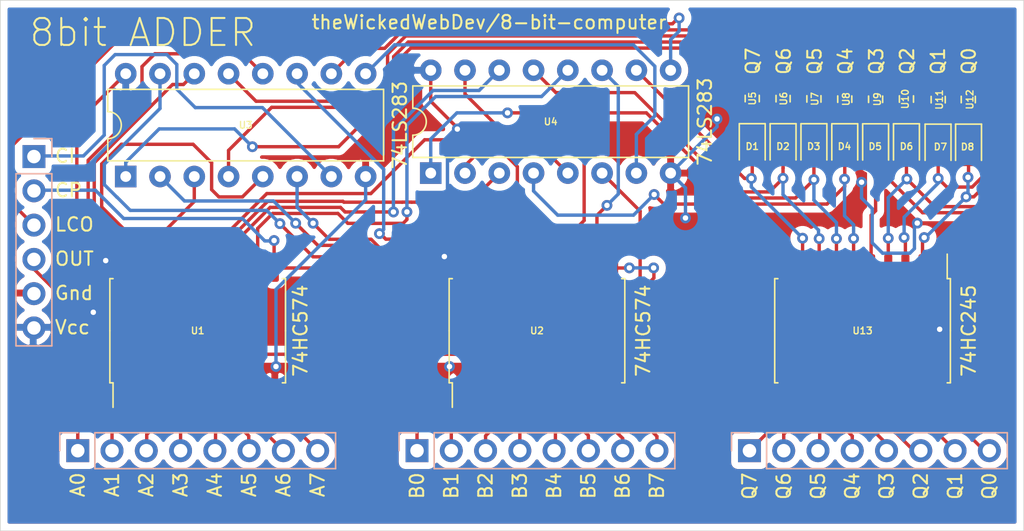
<source format=kicad_pcb>
(kicad_pcb (version 20171130) (host pcbnew "(5.1.10-1-10_14)")
  (layers (0 F.Cu signal) (31 B.Cu signal) (34 B.Paste user) (35 F.Paste user) (36 B.SilkS user) (37 F.SilkS user) (38 B.Mask user) (39 F.Mask user) (44 Edge.Cuts user))
  (net 0 "")
  (net 1 "Net-(D1-Pad2)")
  (net 2 "Net-(D1-Pad1)")
  (net 3 "Net-(D2-Pad2)")
  (net 4 "Net-(D2-Pad1)")
  (net 5 "Net-(D3-Pad2)")
  (net 6 "Net-(D3-Pad1)")
  (net 7 "Net-(D4-Pad2)")
  (net 8 "Net-(D4-Pad1)")
  (net 9 "Net-(D5-Pad2)")
  (net 10 "Net-(D5-Pad1)")
  (net 11 "Net-(D6-Pad2)")
  (net 12 "Net-(D6-Pad1)")
  (net 13 "Net-(D7-Pad2)")
  (net 14 "Net-(D7-Pad1)")
  (net 15 "Net-(D8-Pad2)")
  (net 16 "Net-(D8-Pad1)")
  (net 17 Q0)
  (net 18 Q1)
  (net 19 Q2)
  (net 20 Q3)
  (net 21 Q4)
  (net 22 Q5)
  (net 23 Q6)
  (net 24 Q7)
  (net 25 B7)
  (net 26 B6)
  (net 27 B5)
  (net 28 B4)
  (net 29 B3)
  (net 30 B2)
  (net 31 B1)
  (net 32 B0)
  (net 33 A7)
  (net 34 A6)
  (net 35 A5)
  (net 36 A4)
  (net 37 A3)
  (net 38 A2)
  (net 39 A1)
  (net 40 A0)
  (net 41 VCC)
  (net 42 GND)
  (net 43 ALU_OUT)
  (net 44 LOGICAL_CARRY_OUT)
  (net 45 CLOCK)
  (net 46 CARRY_IN)
  (net 47 "Net-(U1-Pad19)")
  (net 48 "Net-(U1-Pad18)")
  (net 49 "Net-(U1-Pad17)")
  (net 50 "Net-(U1-Pad16)")
  (net 51 "Net-(U1-Pad15)")
  (net 52 "Net-(U1-Pad14)")
  (net 53 "Net-(U1-Pad13)")
  (net 54 "Net-(U1-Pad12)")
  (net 55 "Net-(U2-Pad19)")
  (net 56 "Net-(U2-Pad18)")
  (net 57 "Net-(U2-Pad17)")
  (net 58 "Net-(U2-Pad16)")
  (net 59 "Net-(U2-Pad15)")
  (net 60 "Net-(U2-Pad14)")
  (net 61 "Net-(U2-Pad13)")
  (net 62 "Net-(U2-Pad12)")
  (net 63 "Net-(U3-Pad9)")
  (module Package_SO:SOIC-20W_7.5x12.8mm_P1.27mm (layer F.Cu) (at 138.684 61.468 90)
    (fp_text reference U2 (at 0 0 180) (layer F.SilkS) (effects (font (size 0.5 0.5) (thickness 0.1))))
    (fp_text value 74HCT574)
    (fp_text user 74HC574 (at 0 7.874 90) (layer F.SilkS))
    (pad 20 smd roundrect (at 4.65 -5.715 90) (size 2.05 0.6) (layers F.Cu F.Paste F.Mask) (net 41 VCC))
    (pad 19 smd roundrect (at 4.65 -4.445 90) (size 2.05 0.6) (layers F.Cu F.Paste F.Mask) (net 55 "Net-(U2-Pad19)"))
    (pad 18 smd roundrect (at 4.65 -3.175 90) (size 2.05 0.6) (layers F.Cu F.Paste F.Mask) (net 56 "Net-(U2-Pad18)"))
    (pad 17 smd roundrect (at 4.65 -1.905 90) (size 2.05 0.6) (layers F.Cu F.Paste F.Mask) (net 57 "Net-(U2-Pad17)"))
    (pad 16 smd roundrect (at 4.65 -0.635 90) (size 2.05 0.6) (layers F.Cu F.Paste F.Mask) (net 58 "Net-(U2-Pad16)"))
    (pad 15 smd roundrect (at 4.65 0.635 90) (size 2.05 0.6) (layers F.Cu F.Paste F.Mask) (net 59 "Net-(U2-Pad15)"))
    (pad 14 smd roundrect (at 4.65 1.905 90) (size 2.05 0.6) (layers F.Cu F.Paste F.Mask) (net 60 "Net-(U2-Pad14)"))
    (pad 13 smd roundrect (at 4.65 3.175 90) (size 2.05 0.6) (layers F.Cu F.Paste F.Mask) (net 61 "Net-(U2-Pad13)"))
    (pad 12 smd roundrect (at 4.65 4.445 90) (size 2.05 0.6) (layers F.Cu F.Paste F.Mask) (net 62 "Net-(U2-Pad12)"))
    (pad 11 smd roundrect (at 4.65 5.715 90) (size 2.05 0.6) (layers F.Cu F.Paste F.Mask) (net 45 CLOCK))
    (pad 10 smd roundrect (at -4.65 5.715 90) (size 2.05 0.6) (layers F.Cu F.Paste F.Mask) (net 42 GND))
    (pad 9 smd roundrect (at -4.65 4.445 90) (size 2.05 0.6) (layers F.Cu F.Paste F.Mask) (net 25 B7))
    (pad 8 smd roundrect (at -4.65 3.175 90) (size 2.05 0.6) (layers F.Cu F.Paste F.Mask) (net 26 B6))
    (pad 7 smd roundrect (at -4.65 1.905 90) (size 2.05 0.6) (layers F.Cu F.Paste F.Mask) (net 27 B5))
    (pad 6 smd roundrect (at -4.65 0.635 90) (size 2.05 0.6) (layers F.Cu F.Paste F.Mask) (net 28 B4))
    (pad 5 smd roundrect (at -4.65 -0.635 90) (size 2.05 0.6) (layers F.Cu F.Paste F.Mask) (net 29 B3))
    (pad 4 smd roundrect (at -4.65 -1.905 90) (size 2.05 0.6) (layers F.Cu F.Paste F.Mask) (net 30 B2))
    (pad 3 smd roundrect (at -4.65 -3.175 90) (size 2.05 0.6) (layers F.Cu F.Paste F.Mask) (net 31 B1))
    (pad 2 smd roundrect (at -4.65 -4.445 90) (size 2.05 0.6) (layers F.Cu F.Paste F.Mask) (net 32 B0))
    (pad 1 smd roundrect (at -4.65 -5.715 90) (size 2.05 0.6) (layers F.Cu F.Paste F.Mask) (net 42 GND))
  )
  (module Package_SO:SOIC-20W_7.5x12.8mm_P1.27mm (layer F.Cu) (at 113.538 61.468 90)
    (fp_text reference U1 (at 0 0 180) (layer F.SilkS) (effects (font (size 0.5 0.5) (thickness 0.1))))
    (fp_text value 74HCT574)
    (fp_text user 74HC574 (at 0 7.62 90) (layer F.SilkS))
    (pad 20 smd roundrect (at 4.65 -5.715 90) (size 2.05 0.6) (layers F.Cu F.Paste F.Mask) (net 41 VCC))
    (pad 19 smd roundrect (at 4.65 -4.445 90) (size 2.05 0.6) (layers F.Cu F.Paste F.Mask) (net 47 "Net-(U1-Pad19)"))
    (pad 18 smd roundrect (at 4.65 -3.175 90) (size 2.05 0.6) (layers F.Cu F.Paste F.Mask) (net 48 "Net-(U1-Pad18)"))
    (pad 17 smd roundrect (at 4.65 -1.905 90) (size 2.05 0.6) (layers F.Cu F.Paste F.Mask) (net 49 "Net-(U1-Pad17)"))
    (pad 16 smd roundrect (at 4.65 -0.635 90) (size 2.05 0.6) (layers F.Cu F.Paste F.Mask) (net 50 "Net-(U1-Pad16)"))
    (pad 15 smd roundrect (at 4.65 0.635 90) (size 2.05 0.6) (layers F.Cu F.Paste F.Mask) (net 51 "Net-(U1-Pad15)"))
    (pad 14 smd roundrect (at 4.65 1.905 90) (size 2.05 0.6) (layers F.Cu F.Paste F.Mask) (net 52 "Net-(U1-Pad14)"))
    (pad 13 smd roundrect (at 4.65 3.175 90) (size 2.05 0.6) (layers F.Cu F.Paste F.Mask) (net 53 "Net-(U1-Pad13)"))
    (pad 12 smd roundrect (at 4.65 4.445 90) (size 2.05 0.6) (layers F.Cu F.Paste F.Mask) (net 54 "Net-(U1-Pad12)"))
    (pad 11 smd roundrect (at 4.65 5.715 90) (size 2.05 0.6) (layers F.Cu F.Paste F.Mask) (net 45 CLOCK))
    (pad 10 smd roundrect (at -4.65 5.715 90) (size 2.05 0.6) (layers F.Cu F.Paste F.Mask) (net 42 GND))
    (pad 9 smd roundrect (at -4.65 4.445 90) (size 2.05 0.6) (layers F.Cu F.Paste F.Mask) (net 33 A7))
    (pad 8 smd roundrect (at -4.65 3.175 90) (size 2.05 0.6) (layers F.Cu F.Paste F.Mask) (net 34 A6))
    (pad 7 smd roundrect (at -4.65 1.905 90) (size 2.05 0.6) (layers F.Cu F.Paste F.Mask) (net 35 A5))
    (pad 6 smd roundrect (at -4.65 0.635 90) (size 2.05 0.6) (layers F.Cu F.Paste F.Mask) (net 36 A4))
    (pad 5 smd roundrect (at -4.65 -0.635 90) (size 2.05 0.6) (layers F.Cu F.Paste F.Mask) (net 37 A3))
    (pad 4 smd roundrect (at -4.65 -1.905 90) (size 2.05 0.6) (layers F.Cu F.Paste F.Mask) (net 38 A2))
    (pad 3 smd roundrect (at -4.65 -3.175 90) (size 2.05 0.6) (layers F.Cu F.Paste F.Mask) (net 39 A1))
    (pad 2 smd roundrect (at -4.65 -4.445 90) (size 2.05 0.6) (layers F.Cu F.Paste F.Mask) (net 40 A0))
    (pad 1 smd roundrect (at -4.65 -5.715 90) (size 2.05 0.6) (layers F.Cu F.Paste F.Mask) (net 42 GND))
  )
  (module Package_SO:SOIC-20W_7.5x12.8mm_P1.27mm (layer F.Cu) (at 162.814 61.468 270)
    (fp_text reference U13 (at 0 0 180) (layer F.SilkS) (effects (font (size 0.5 0.5) (thickness 0.1))))
    (fp_text value 74HC245 (at 0 -7.874 90) (layer F.SilkS))
    (pad 20 smd roundrect (at 4.65 -5.715 270) (size 2.05 0.6) (layers F.Cu F.Paste F.Mask) (net 41 VCC))
    (pad 19 smd roundrect (at 4.65 -4.445 270) (size 2.05 0.6) (layers F.Cu F.Paste F.Mask) (net 43 ALU_OUT))
    (pad 18 smd roundrect (at 4.65 -3.175 270) (size 2.05 0.6) (layers F.Cu F.Paste F.Mask) (net 17 Q0))
    (pad 17 smd roundrect (at 4.65 -1.905 270) (size 2.05 0.6) (layers F.Cu F.Paste F.Mask) (net 18 Q1))
    (pad 16 smd roundrect (at 4.65 -0.635 270) (size 2.05 0.6) (layers F.Cu F.Paste F.Mask) (net 19 Q2))
    (pad 15 smd roundrect (at 4.65 0.635 270) (size 2.05 0.6) (layers F.Cu F.Paste F.Mask) (net 20 Q3))
    (pad 14 smd roundrect (at 4.65 1.905 270) (size 2.05 0.6) (layers F.Cu F.Paste F.Mask) (net 21 Q4))
    (pad 13 smd roundrect (at 4.65 3.175 270) (size 2.05 0.6) (layers F.Cu F.Paste F.Mask) (net 22 Q5))
    (pad 12 smd roundrect (at 4.65 4.445 270) (size 2.05 0.6) (layers F.Cu F.Paste F.Mask) (net 23 Q6))
    (pad 11 smd roundrect (at 4.65 5.715 270) (size 2.05 0.6) (layers F.Cu F.Paste F.Mask) (net 24 Q7))
    (pad 10 smd roundrect (at -4.65 5.715 270) (size 2.05 0.6) (layers F.Cu F.Paste F.Mask) (net 42 GND))
    (pad 9 smd roundrect (at -4.65 4.445 270) (size 2.05 0.6) (layers F.Cu F.Paste F.Mask) (net 1 "Net-(D1-Pad2)"))
    (pad 8 smd roundrect (at -4.65 3.175 270) (size 2.05 0.6) (layers F.Cu F.Paste F.Mask) (net 3 "Net-(D2-Pad2)"))
    (pad 7 smd roundrect (at -4.65 1.905 270) (size 2.05 0.6) (layers F.Cu F.Paste F.Mask) (net 5 "Net-(D3-Pad2)"))
    (pad 6 smd roundrect (at -4.65 0.635 270) (size 2.05 0.6) (layers F.Cu F.Paste F.Mask) (net 7 "Net-(D4-Pad2)"))
    (pad 5 smd roundrect (at -4.65 -0.635 270) (size 2.05 0.6) (layers F.Cu F.Paste F.Mask) (net 9 "Net-(D5-Pad2)"))
    (pad 4 smd roundrect (at -4.65 -1.905 270) (size 2.05 0.6) (layers F.Cu F.Paste F.Mask) (net 11 "Net-(D6-Pad2)"))
    (pad 3 smd roundrect (at -4.65 -3.175 270) (size 2.05 0.6) (layers F.Cu F.Paste F.Mask) (net 13 "Net-(D7-Pad2)"))
    (pad 2 smd roundrect (at -4.65 -4.445 270) (size 2.05 0.6) (layers F.Cu F.Paste F.Mask) (net 15 "Net-(D8-Pad2)"))
    (pad 1 smd roundrect (at -4.65 -5.715 270) (size 2.05 0.6) (layers F.Cu F.Paste F.Mask) (net 41 VCC))
  )
  (module Resistor_SMD:R_0603_1608Metric (layer F.Cu) (at 170.65 44.33 90)
    (fp_text reference U12 (at 0 0.117 90) (layer F.SilkS) (effects (font (size 0.5 0.5) (thickness 0.1))))
    (fp_text value 0603WAF1001T5E)
    (pad 2 smd roundrect (at 0.825 0 90) (size 0.8 0.95) (layers F.Cu F.Paste F.Mask) (net 42 GND))
    (pad 1 smd roundrect (at -0.825 0 90) (size 0.8 0.95) (layers F.Cu F.Paste F.Mask) (net 16 "Net-(D8-Pad1)"))
  )
  (module Resistor_SMD:R_0603_1608Metric (layer F.Cu) (at 168.42 44.34 90)
    (fp_text reference U11 (at 0 0.087 90) (layer F.SilkS) (effects (font (size 0.5 0.5) (thickness 0.1))))
    (fp_text value 0603WAF1001T5E)
    (pad 2 smd roundrect (at 0.825 0 90) (size 0.8 0.95) (layers F.Cu F.Paste F.Mask) (net 42 GND))
    (pad 1 smd roundrect (at -0.825 0 90) (size 0.8 0.95) (layers F.Cu F.Paste F.Mask) (net 14 "Net-(D7-Pad1)"))
  )
  (module Resistor_SMD:R_0603_1608Metric (layer F.Cu) (at 166.068 44.294287 90)
    (fp_text reference U10 (at 0 -0.093 90) (layer F.SilkS) (effects (font (size 0.5 0.5) (thickness 0.1))))
    (fp_text value 0603WAF1001T5E)
    (pad 2 smd roundrect (at 0.825 0 90) (size 0.8 0.95) (layers F.Cu F.Paste F.Mask) (net 42 GND))
    (pad 1 smd roundrect (at -0.825 0 90) (size 0.8 0.95) (layers F.Cu F.Paste F.Mask) (net 12 "Net-(D6-Pad1)"))
  )
  (module Resistor_SMD:R_0603_1608Metric (layer F.Cu) (at 163.782 44.311429 90)
    (fp_text reference U9 (at 0 0.131 90) (layer F.SilkS) (effects (font (size 0.5 0.5) (thickness 0.1))))
    (fp_text value 0603WAF1001T5E)
    (pad 2 smd roundrect (at 0.825 0 90) (size 0.8 0.95) (layers F.Cu F.Paste F.Mask) (net 42 GND))
    (pad 1 smd roundrect (at -0.825 0 90) (size 0.8 0.95) (layers F.Cu F.Paste F.Mask) (net 10 "Net-(D5-Pad1)"))
  )
  (module Resistor_SMD:R_0603_1608Metric (layer F.Cu) (at 161.496 44.302858 90)
    (fp_text reference U8 (at 0 0.101 90) (layer F.SilkS) (effects (font (size 0.5 0.5) (thickness 0.1))))
    (fp_text value 0603WAF1001T5E)
    (pad 2 smd roundrect (at 0.825 0 90) (size 0.8 0.95) (layers F.Cu F.Paste F.Mask) (net 42 GND))
    (pad 1 smd roundrect (at -0.825 0 90) (size 0.8 0.95) (layers F.Cu F.Paste F.Mask) (net 8 "Net-(D4-Pad1)"))
  )
  (module Resistor_SMD:R_0603_1608Metric (layer F.Cu) (at 159.21 44.285716 90)
    (fp_text reference U7 (at 0 0.071 90) (layer F.SilkS) (effects (font (size 0.5 0.5) (thickness 0.1))))
    (fp_text value 0603WAF1001T5E)
    (pad 2 smd roundrect (at 0.825 0 90) (size 0.8 0.95) (layers F.Cu F.Paste F.Mask) (net 42 GND))
    (pad 1 smd roundrect (at -0.825 0 90) (size 0.8 0.95) (layers F.Cu F.Paste F.Mask) (net 6 "Net-(D3-Pad1)"))
  )
  (module Resistor_SMD:R_0603_1608Metric (layer F.Cu) (at 156.924 44.268574 90)
    (fp_text reference U6 (at 0 0.041 90) (layer F.SilkS) (effects (font (size 0.5 0.5) (thickness 0.1))))
    (fp_text value 0603WAF1001T5E)
    (pad 2 smd roundrect (at 0.825 0 90) (size 0.8 0.95) (layers F.Cu F.Paste F.Mask) (net 42 GND))
    (pad 1 smd roundrect (at -0.825 0 90) (size 0.8 0.95) (layers F.Cu F.Paste F.Mask) (net 4 "Net-(D2-Pad1)"))
  )
  (module Resistor_SMD:R_0603_1608Metric (layer F.Cu) (at 154.638 44.260003 90)
    (fp_text reference U5 (at 0 0.011 90) (layer F.SilkS) (effects (font (size 0.5 0.5) (thickness 0.1))))
    (fp_text value 0603WAF1001T5E)
    (pad 2 smd roundrect (at 0.825 0 90) (size 0.8 0.95) (layers F.Cu F.Paste F.Mask) (net 42 GND))
    (pad 1 smd roundrect (at -0.825 0 90) (size 0.8 0.95) (layers F.Cu F.Paste F.Mask) (net 2 "Net-(D1-Pad1)"))
  )
  (module Package_DIP:DIP-16_W7.62mm (layer F.Cu) (at 130.81 49.784 90)
    (fp_text reference U4 (at 3.81 8.89 180) (layer F.SilkS) (effects (font (size 0.5 0.5) (thickness 0.1))))
    (fp_text value 74LS283 (at 3.81 20.32 90) (layer F.SilkS))
    (pad 16 thru_hole oval (at 7.62 0 90) (size 1.6 1.6) (drill 0.8) (layers *.Cu *.Mask) (net 41 VCC))
    (pad 8 thru_hole oval (at 0 17.78 90) (size 1.6 1.6) (drill 0.8) (layers *.Cu *.Mask) (net 42 GND))
    (pad 15 thru_hole oval (at 7.62 2.54 90) (size 1.6 1.6) (drill 0.8) (layers *.Cu *.Mask) (net 61 "Net-(U2-Pad13)"))
    (pad 7 thru_hole oval (at 0 15.24 90) (size 1.6 1.6) (drill 0.8) (layers *.Cu *.Mask) (net 63 "Net-(U3-Pad9)"))
    (pad 14 thru_hole oval (at 7.62 5.08 90) (size 1.6 1.6) (drill 0.8) (layers *.Cu *.Mask) (net 53 "Net-(U1-Pad13)"))
    (pad 6 thru_hole oval (at 0 12.7 90) (size 1.6 1.6) (drill 0.8) (layers *.Cu *.Mask) (net 59 "Net-(U2-Pad15)"))
    (pad 13 thru_hole oval (at 7.62 7.62 90) (size 1.6 1.6) (drill 0.8) (layers *.Cu *.Mask) (net 3 "Net-(D2-Pad2)"))
    (pad 5 thru_hole oval (at 0 10.16 90) (size 1.6 1.6) (drill 0.8) (layers *.Cu *.Mask) (net 51 "Net-(U1-Pad15)"))
    (pad 12 thru_hole oval (at 7.62 10.16 90) (size 1.6 1.6) (drill 0.8) (layers *.Cu *.Mask) (net 54 "Net-(U1-Pad12)"))
    (pad 4 thru_hole oval (at 0 7.62 90) (size 1.6 1.6) (drill 0.8) (layers *.Cu *.Mask) (net 7 "Net-(D4-Pad2)"))
    (pad 11 thru_hole oval (at 7.62 12.7 90) (size 1.6 1.6) (drill 0.8) (layers *.Cu *.Mask) (net 62 "Net-(U2-Pad12)"))
    (pad 3 thru_hole oval (at 0 5.08 90) (size 1.6 1.6) (drill 0.8) (layers *.Cu *.Mask) (net 52 "Net-(U1-Pad14)"))
    (pad 10 thru_hole oval (at 7.62 15.24 90) (size 1.6 1.6) (drill 0.8) (layers *.Cu *.Mask) (net 1 "Net-(D1-Pad2)"))
    (pad 2 thru_hole oval (at 0 2.54 90) (size 1.6 1.6) (drill 0.8) (layers *.Cu *.Mask) (net 60 "Net-(U2-Pad14)"))
    (pad 9 thru_hole oval (at 7.62 17.78 90) (size 1.6 1.6) (drill 0.8) (layers *.Cu *.Mask) (net 44 LOGICAL_CARRY_OUT))
    (pad 1 thru_hole rect (at 0 0 90) (size 1.6 1.6) (drill 0.8) (layers *.Cu *.Mask) (net 5 "Net-(D3-Pad2)"))
  )
  (module Package_DIP:DIP-16_W7.62mm (layer F.Cu) (at 108.204 50.038 90)
    (fp_text reference U3 (at 3.81 8.89 180) (layer F.SilkS) (effects (font (size 0.5 0.5) (thickness 0.1))))
    (fp_text value 74LS283 (at 3.81 20.32 90) (layer F.SilkS))
    (pad 16 thru_hole oval (at 7.62 0 90) (size 1.6 1.6) (drill 0.8) (layers *.Cu *.Mask) (net 41 VCC))
    (pad 8 thru_hole oval (at 0 17.78 90) (size 1.6 1.6) (drill 0.8) (layers *.Cu *.Mask) (net 42 GND))
    (pad 15 thru_hole oval (at 7.62 2.54 90) (size 1.6 1.6) (drill 0.8) (layers *.Cu *.Mask) (net 57 "Net-(U2-Pad17)"))
    (pad 7 thru_hole oval (at 0 15.24 90) (size 1.6 1.6) (drill 0.8) (layers *.Cu *.Mask) (net 46 CARRY_IN))
    (pad 14 thru_hole oval (at 7.62 5.08 90) (size 1.6 1.6) (drill 0.8) (layers *.Cu *.Mask) (net 49 "Net-(U1-Pad17)"))
    (pad 6 thru_hole oval (at 0 12.7 90) (size 1.6 1.6) (drill 0.8) (layers *.Cu *.Mask) (net 55 "Net-(U2-Pad19)"))
    (pad 13 thru_hole oval (at 7.62 7.62 90) (size 1.6 1.6) (drill 0.8) (layers *.Cu *.Mask) (net 11 "Net-(D6-Pad2)"))
    (pad 5 thru_hole oval (at 0 10.16 90) (size 1.6 1.6) (drill 0.8) (layers *.Cu *.Mask) (net 47 "Net-(U1-Pad19)"))
    (pad 12 thru_hole oval (at 7.62 10.16 90) (size 1.6 1.6) (drill 0.8) (layers *.Cu *.Mask) (net 50 "Net-(U1-Pad16)"))
    (pad 4 thru_hole oval (at 0 7.62 90) (size 1.6 1.6) (drill 0.8) (layers *.Cu *.Mask) (net 15 "Net-(D8-Pad2)"))
    (pad 11 thru_hole oval (at 7.62 12.7 90) (size 1.6 1.6) (drill 0.8) (layers *.Cu *.Mask) (net 58 "Net-(U2-Pad16)"))
    (pad 3 thru_hole oval (at 0 5.08 90) (size 1.6 1.6) (drill 0.8) (layers *.Cu *.Mask) (net 48 "Net-(U1-Pad18)"))
    (pad 10 thru_hole oval (at 7.62 15.24 90) (size 1.6 1.6) (drill 0.8) (layers *.Cu *.Mask) (net 9 "Net-(D5-Pad2)"))
    (pad 2 thru_hole oval (at 0 2.54 90) (size 1.6 1.6) (drill 0.8) (layers *.Cu *.Mask) (net 56 "Net-(U2-Pad18)"))
    (pad 9 thru_hole oval (at 7.62 17.78 90) (size 1.6 1.6) (drill 0.8) (layers *.Cu *.Mask) (net 63 "Net-(U3-Pad9)"))
    (pad 1 thru_hole rect (at 0 0 90) (size 1.6 1.6) (drill 0.8) (layers *.Cu *.Mask) (net 13 "Net-(D7-Pad2)"))
  )
  (module Connector_PinHeader_2.54mm:PinHeader_1x06_P2.54mm_Vertical (layer B.Cu) (at 101.4 48.56 180)
    (fp_text reference J4 hide)
    (fp_text value Conn_01x06 hide)
    (pad 6 thru_hole oval (at 0 -12.7 180) (size 1.7 1.7) (drill 1) (layers *.Cu *.Mask) (net 41 VCC))
    (pad 5 thru_hole oval (at 0 -10.16 180) (size 1.7 1.7) (drill 1) (layers *.Cu *.Mask) (net 42 GND))
    (pad 4 thru_hole oval (at 0 -7.62 180) (size 1.7 1.7) (drill 1) (layers *.Cu *.Mask) (net 43 ALU_OUT))
    (pad 3 thru_hole oval (at 0 -5.08 180) (size 1.7 1.7) (drill 1) (layers *.Cu *.Mask) (net 44 LOGICAL_CARRY_OUT))
    (pad 2 thru_hole oval (at 0 -2.54 180) (size 1.7 1.7) (drill 1) (layers *.Cu *.Mask) (net 45 CLOCK))
    (pad 1 thru_hole rect (at 0 0 180) (size 1.7 1.7) (drill 1) (layers *.Cu *.Mask) (net 46 CARRY_IN))
  )
  (module Connector_PinHeader_2.54mm:PinHeader_1x08_P2.54mm_Vertical (layer B.Cu) (at 104.648 70.358 270)
    (fp_text reference J3 hide)
    (fp_text value Conn_01x08 hide)
    (pad 8 thru_hole oval (at 0 -17.78 270) (size 1.7 1.7) (drill 1) (layers *.Cu *.Mask) (net 33 A7))
    (pad 7 thru_hole oval (at 0 -15.24 270) (size 1.7 1.7) (drill 1) (layers *.Cu *.Mask) (net 34 A6))
    (pad 6 thru_hole oval (at 0 -12.7 270) (size 1.7 1.7) (drill 1) (layers *.Cu *.Mask) (net 35 A5))
    (pad 5 thru_hole oval (at 0 -10.16 270) (size 1.7 1.7) (drill 1) (layers *.Cu *.Mask) (net 36 A4))
    (pad 4 thru_hole oval (at 0 -7.62 270) (size 1.7 1.7) (drill 1) (layers *.Cu *.Mask) (net 37 A3))
    (pad 3 thru_hole oval (at 0 -5.08 270) (size 1.7 1.7) (drill 1) (layers *.Cu *.Mask) (net 38 A2))
    (pad 2 thru_hole oval (at 0 -2.54 270) (size 1.7 1.7) (drill 1) (layers *.Cu *.Mask) (net 39 A1))
    (pad 1 thru_hole rect (at 0 0 270) (size 1.7 1.7) (drill 1) (layers *.Cu *.Mask) (net 40 A0))
  )
  (module Connector_PinHeader_2.54mm:PinHeader_1x08_P2.54mm_Vertical (layer B.Cu) (at 129.794 70.358 270)
    (fp_text reference J2 hide)
    (fp_text value Conn_01x08 hide)
    (pad 8 thru_hole oval (at 0 -17.78 270) (size 1.7 1.7) (drill 1) (layers *.Cu *.Mask) (net 25 B7))
    (pad 7 thru_hole oval (at 0 -15.24 270) (size 1.7 1.7) (drill 1) (layers *.Cu *.Mask) (net 26 B6))
    (pad 6 thru_hole oval (at 0 -12.7 270) (size 1.7 1.7) (drill 1) (layers *.Cu *.Mask) (net 27 B5))
    (pad 5 thru_hole oval (at 0 -10.16 270) (size 1.7 1.7) (drill 1) (layers *.Cu *.Mask) (net 28 B4))
    (pad 4 thru_hole oval (at 0 -7.62 270) (size 1.7 1.7) (drill 1) (layers *.Cu *.Mask) (net 29 B3))
    (pad 3 thru_hole oval (at 0 -5.08 270) (size 1.7 1.7) (drill 1) (layers *.Cu *.Mask) (net 30 B2))
    (pad 2 thru_hole oval (at 0 -2.54 270) (size 1.7 1.7) (drill 1) (layers *.Cu *.Mask) (net 31 B1))
    (pad 1 thru_hole rect (at 0 0 270) (size 1.7 1.7) (drill 1) (layers *.Cu *.Mask) (net 32 B0))
  )
  (module Connector_PinHeader_2.54mm:PinHeader_1x08_P2.54mm_Vertical (layer B.Cu) (at 154.432 70.358 270)
    (fp_text reference J1 hide)
    (fp_text value Conn_01x08 hide)
    (pad 8 thru_hole oval (at 0 -17.78 270) (size 1.7 1.7) (drill 1) (layers *.Cu *.Mask) (net 17 Q0))
    (pad 7 thru_hole oval (at 0 -15.24 270) (size 1.7 1.7) (drill 1) (layers *.Cu *.Mask) (net 18 Q1))
    (pad 6 thru_hole oval (at 0 -12.7 270) (size 1.7 1.7) (drill 1) (layers *.Cu *.Mask) (net 19 Q2))
    (pad 5 thru_hole oval (at 0 -10.16 270) (size 1.7 1.7) (drill 1) (layers *.Cu *.Mask) (net 20 Q3))
    (pad 4 thru_hole oval (at 0 -7.62 270) (size 1.7 1.7) (drill 1) (layers *.Cu *.Mask) (net 21 Q4))
    (pad 3 thru_hole oval (at 0 -5.08 270) (size 1.7 1.7) (drill 1) (layers *.Cu *.Mask) (net 22 Q5))
    (pad 2 thru_hole oval (at 0 -2.54 270) (size 1.7 1.7) (drill 1) (layers *.Cu *.Mask) (net 23 Q6))
    (pad 1 thru_hole rect (at 0 0 270) (size 1.7 1.7) (drill 1) (layers *.Cu *.Mask) (net 24 Q7))
  )
  (module LED_SMD:LED_0805_2012Metric (layer F.Cu) (at 170.67 47.84 270)
    (fp_text reference D8 (at 0 0.076) (layer F.SilkS) (effects (font (size 0.5 0.5) (thickness 0.1))))
    (fp_text value C2297)
    (pad 2 smd roundrect (at 0.9375 0 270) (size 0.975 1.4) (layers F.Cu F.Paste F.Mask) (net 15 "Net-(D8-Pad2)"))
    (pad 1 smd roundrect (at -0.9375 0 270) (size 0.975 1.4) (layers F.Cu F.Paste F.Mask) (net 16 "Net-(D8-Pad1)"))
  )
  (module LED_SMD:LED_0805_2012Metric (layer F.Cu) (at 168.41 47.84 270)
    (fp_text reference D7 (at 0 -0.178) (layer F.SilkS) (effects (font (size 0.5 0.5) (thickness 0.1))))
    (fp_text value C2297)
    (pad 2 smd roundrect (at 0.9375 0 270) (size 0.975 1.4) (layers F.Cu F.Paste F.Mask) (net 13 "Net-(D7-Pad2)"))
    (pad 1 smd roundrect (at -0.9375 0 270) (size 0.975 1.4) (layers F.Cu F.Paste F.Mask) (net 14 "Net-(D7-Pad1)"))
  )
  (module LED_SMD:LED_0805_2012Metric (layer F.Cu) (at 166.068 47.813572 270)
    (fp_text reference D6 (at 0 0) (layer F.SilkS) (effects (font (size 0.5 0.5) (thickness 0.1))))
    (fp_text value C2297)
    (pad 2 smd roundrect (at 0.9375 0 270) (size 0.975 1.4) (layers F.Cu F.Paste F.Mask) (net 11 "Net-(D6-Pad2)"))
    (pad 1 smd roundrect (at -0.9375 0 270) (size 0.975 1.4) (layers F.Cu F.Paste F.Mask) (net 12 "Net-(D6-Pad1)"))
  )
  (module LED_SMD:LED_0805_2012Metric (layer F.Cu) (at 163.782 47.816 270)
    (fp_text reference D5 (at 0 0.032) (layer F.SilkS) (effects (font (size 0.5 0.5) (thickness 0.1))))
    (fp_text value C2297)
    (pad 2 smd roundrect (at 0.9375 0 270) (size 0.975 1.4) (layers F.Cu F.Paste F.Mask) (net 9 "Net-(D5-Pad2)"))
    (pad 1 smd roundrect (at -0.9375 0 270) (size 0.975 1.4) (layers F.Cu F.Paste F.Mask) (net 10 "Net-(D5-Pad1)"))
  )
  (module LED_SMD:LED_0805_2012Metric (layer F.Cu) (at 161.496 47.812358 270)
    (fp_text reference D4 (at 0 0.024) (layer F.SilkS) (effects (font (size 0.5 0.5) (thickness 0.1))))
    (fp_text value C2297)
    (pad 2 smd roundrect (at 0.9375 0 270) (size 0.975 1.4) (layers F.Cu F.Paste F.Mask) (net 7 "Net-(D4-Pad2)"))
    (pad 1 smd roundrect (at -0.9375 0 270) (size 0.975 1.4) (layers F.Cu F.Paste F.Mask) (net 8 "Net-(D4-Pad1)"))
  )
  (module LED_SMD:LED_0805_2012Metric (layer F.Cu) (at 159.21 47.80993 270)
    (fp_text reference D3 (at 0 0.016) (layer F.SilkS) (effects (font (size 0.5 0.5) (thickness 0.1))))
    (fp_text value C2297)
    (pad 2 smd roundrect (at 0.9375 0 270) (size 0.975 1.4) (layers F.Cu F.Paste F.Mask) (net 5 "Net-(D3-Pad2)"))
    (pad 1 smd roundrect (at -0.9375 0 270) (size 0.975 1.4) (layers F.Cu F.Paste F.Mask) (net 6 "Net-(D3-Pad1)"))
  )
  (module LED_SMD:LED_0805_2012Metric (layer F.Cu) (at 156.924 47.808716 270)
    (fp_text reference D2 (at 0 0.008) (layer F.SilkS) (effects (font (size 0.5 0.5) (thickness 0.1))))
    (fp_text value C2297)
    (pad 2 smd roundrect (at 0.9375 0 270) (size 0.975 1.4) (layers F.Cu F.Paste F.Mask) (net 3 "Net-(D2-Pad2)"))
    (pad 1 smd roundrect (at -0.9375 0 270) (size 0.975 1.4) (layers F.Cu F.Paste F.Mask) (net 4 "Net-(D2-Pad1)"))
  )
  (module LED_SMD:LED_0805_2012Metric (layer F.Cu) (at 154.638 47.807502 270)
    (fp_text reference D1 (at 0 0) (layer F.SilkS) (effects (font (size 0.5 0.5) (thickness 0.1))))
    (fp_text value C2297)
    (pad 2 smd roundrect (at 0.9375 0 270) (size 0.975 1.4) (layers F.Cu F.Paste F.Mask) (net 1 "Net-(D1-Pad2)"))
    (pad 1 smd roundrect (at -0.9375 0 270) (size 0.975 1.4) (layers F.Cu F.Paste F.Mask) (net 2 "Net-(D1-Pad1)"))
  )
  (gr_text theWickedWebDev/8-bit-computer (at 135.128 38.608) (layer F.SilkS) (effects (font (size 1 1))))
  (gr_text "8bit ADDER" (at 109.474 39.37) (layer F.SilkS) (effects (font (size 2 2))))
  (gr_text Q2 (at 166.116 40.386 90) (layer F.SilkS) (effects (font (size 1 1)) (justify right)))
  (gr_text Q6 (at 156.972 40.386 90) (layer F.SilkS) (effects (font (size 1 1)) (justify right)))
  (gr_text Q3 (at 163.83 40.386 90) (layer F.SilkS) (effects (font (size 1 1)) (justify right)))
  (gr_text Q1 (at 168.402 40.386 90) (layer F.SilkS) (effects (font (size 1 1)) (justify right)))
  (gr_text Q4 (at 161.544 40.386 90) (layer F.SilkS) (effects (font (size 1 1)) (justify right)))
  (gr_text Q0 (at 170.688 40.386 90) (layer F.SilkS) (effects (font (size 1 1)) (justify right)))
  (gr_text Q7 (at 154.686 40.386 90) (layer F.SilkS) (effects (font (size 1 1)) (justify right)))
  (gr_text Q5 (at 159.258 40.386 90) (layer F.SilkS) (effects (font (size 1 1)) (justify right)))
  (gr_text Q6 (at 156.972 71.882 90) (layer F.SilkS) (effects (font (size 1 1)) (justify right)))
  (gr_text Q1 (at 169.672 71.882 90) (layer F.SilkS) (effects (font (size 1 1)) (justify right)))
  (gr_text Q0 (at 172.212 71.882 90) (layer F.SilkS) (effects (font (size 1 1)) (justify right)))
  (gr_text Q3 (at 164.592 71.882 90) (layer F.SilkS) (effects (font (size 1 1)) (justify right)))
  (gr_text Q2 (at 167.132 71.882 90) (layer F.SilkS) (effects (font (size 1 1)) (justify right)))
  (gr_text Q5 (at 159.512 71.882 90) (layer F.SilkS) (effects (font (size 1 1)) (justify right)))
  (gr_text Q4 (at 162.052 71.882 90) (layer F.SilkS) (effects (font (size 1 1)) (justify right)))
  (gr_text Q7 (at 154.432 71.882 90) (layer F.SilkS) (effects (font (size 1 1)) (justify right)))
  (gr_text B3 (at 137.414 71.882 90) (layer F.SilkS) (effects (font (size 1 1)) (justify right)))
  (gr_text B2 (at 134.874 71.882 90) (layer F.SilkS) (effects (font (size 1 1)) (justify right)))
  (gr_text B0 (at 129.794 71.882 90) (layer F.SilkS) (effects (font (size 1 1)) (justify right)))
  (gr_text B5 (at 142.494 71.882 90) (layer F.SilkS) (effects (font (size 1 1)) (justify right)))
  (gr_text B7 (at 147.574 71.882 90) (layer F.SilkS) (effects (font (size 1 1)) (justify right)))
  (gr_text B4 (at 139.954 71.882 90) (layer F.SilkS) (effects (font (size 1 1)) (justify right)))
  (gr_text B6 (at 145.034 71.882 90) (layer F.SilkS) (effects (font (size 1 1)) (justify right)))
  (gr_text B1 (at 132.334 71.882 90) (layer F.SilkS) (effects (font (size 1 1)) (justify right)))
  (gr_text A7 (at 122.428 71.882 90) (layer F.SilkS) (effects (font (size 1 1)) (justify right)))
  (gr_text A6 (at 119.888 71.882 90) (layer F.SilkS) (effects (font (size 1 1)) (justify right)))
  (gr_text A5 (at 117.348 71.882 90) (layer F.SilkS) (effects (font (size 1 1)) (justify right)))
  (gr_text A4 (at 114.808 71.882 90) (layer F.SilkS) (effects (font (size 1 1)) (justify right)))
  (gr_text A3 (at 112.268 71.882 90) (layer F.SilkS) (effects (font (size 1 1)) (justify right)))
  (gr_text A2 (at 109.728 71.882 90) (layer F.SilkS) (effects (font (size 1 1)) (justify right)))
  (gr_text A1 (at 107.188 71.882 90) (layer F.SilkS) (effects (font (size 1 1)) (justify right)))
  (gr_text A0 (at 104.648 71.882 90) (layer F.SilkS) (effects (font (size 1 1)) (justify right)))
  (gr_text CI (at 102.87 48.514) (layer F.SilkS) (effects (font (size 1 1)) (justify left)))
  (gr_text CP (at 102.87 51.054) (layer F.SilkS) (effects (font (size 1 1)) (justify left)))
  (gr_text LCO (at 102.87 53.594) (layer F.SilkS) (effects (font (size 1 1)) (justify left)))
  (gr_text Vcc (at 102.87 61.214) (layer F.SilkS) (effects (font (size 1 1)) (justify left)))
  (gr_text Gnd (at 102.87 58.674) (layer F.SilkS) (effects (font (size 1 1)) (justify left)))
  (gr_text OUT (at 102.87 56.134) (layer F.SilkS) (effects (font (size 1 1)) (justify left)))
  (gr_line (start 174.76 36.98) (end 136.81 36.98) (layer Edge.Cuts) (width 0.05))
  (gr_line (start 174.76 76.3) (end 174.76 36.98) (layer Edge.Cuts) (width 0.05))
  (gr_line (start 98.91 76.3) (end 174.76 76.3) (layer Edge.Cuts) (width 0.05))
  (gr_line (start 98.91 36.98) (end 98.91 76.3) (layer Edge.Cuts) (width 0.05))
  (gr_line (start 136.81 36.98) (end 98.91 36.98) (layer Edge.Cuts) (width 0.05))
  (via (at 162.74 50.46) (size 0.8) (drill 0.4) (layers F.Cu B.Cu) (net 42))
  (via (at 158.37 54.61) (size 0.8) (drill 0.4) (layers F.Cu B.Cu) (net 1))
  (segment (start 158.37 56.817) (end 158.369 56.818) (width 0.25) (layer F.Cu) (net 1))
  (segment (start 158.37 54.61) (end 158.37 56.817) (width 0.25) (layer F.Cu) (net 1))
  (segment (start 158.37 54.61) (end 154.57 50.81) (width 0.25) (layer B.Cu) (net 1))
  (segment (start 154.638 50.112) (end 154.57 50.18) (width 0.25) (layer F.Cu) (net 1))
  (via (at 154.57 50.18) (size 0.8) (drill 0.4) (layers F.Cu B.Cu) (net 1))
  (segment (start 154.57 50.81) (end 154.57 50.18) (width 0.25) (layer B.Cu) (net 1))
  (segment (start 154.638 48.745002) (end 154.638 50.112) (width 0.25) (layer F.Cu) (net 1))
  (segment (start 154.066 50.18) (end 154.57 50.18) (width 0.25) (layer F.Cu) (net 1))
  (segment (start 146.05 42.164) (end 154.066 50.18) (width 0.25) (layer F.Cu) (net 1))
  (segment (start 154.638 46.870002) (end 154.638 45.085003) (width 0.5) (layer F.Cu) (net 2))
  (segment (start 156.92 49.41) (end 156.92 50.17) (width 0.25) (layer F.Cu) (net 3))
  (segment (start 156.924 49.406) (end 156.92 49.41) (width 0.25) (layer F.Cu) (net 3))
  (segment (start 156.924 48.746216) (end 156.924 49.406) (width 0.25) (layer F.Cu) (net 3))
  (via (at 156.92 50.17) (size 0.8) (drill 0.4) (layers F.Cu B.Cu) (net 3))
  (segment (start 156.92 50.17) (end 156.92 51.38) (width 0.25) (layer B.Cu) (net 3))
  (segment (start 156.92 51.38) (end 159.55 54.01) (width 0.25) (layer B.Cu) (net 3))
  (via (at 159.6 54.64) (size 0.8) (drill 0.4) (layers F.Cu B.Cu) (net 3))
  (segment (start 159.55 54.59) (end 159.6 54.64) (width 0.25) (layer B.Cu) (net 3))
  (segment (start 159.55 54.01) (end 159.55 54.59) (width 0.25) (layer B.Cu) (net 3))
  (segment (start 159.6 56.779) (end 159.639 56.818) (width 0.25) (layer F.Cu) (net 3))
  (segment (start 159.6 54.64) (end 159.6 56.779) (width 0.25) (layer F.Cu) (net 3))
  (segment (start 145.929989 43.819989) (end 140.085989 43.819989) (width 0.25) (layer F.Cu) (net 3))
  (segment (start 155.91 51.18) (end 153.29 51.18) (width 0.25) (layer F.Cu) (net 3))
  (segment (start 156.92 50.17) (end 155.91 51.18) (width 0.25) (layer F.Cu) (net 3))
  (segment (start 140.085989 43.819989) (end 138.43 42.164) (width 0.25) (layer F.Cu) (net 3))
  (segment (start 153.29 51.18) (end 145.929989 43.819989) (width 0.25) (layer F.Cu) (net 3))
  (segment (start 156.924 45.093574) (end 156.924 46.871216) (width 0.5) (layer F.Cu) (net 4))
  (via (at 136.5 45.32) (size 0.8) (drill 0.4) (layers F.Cu B.Cu) (net 5))
  (segment (start 136.5 45.32) (end 132.75 45.32) (width 0.25) (layer B.Cu) (net 5))
  (segment (start 130.81 47.26) (end 130.81 49.784) (width 0.25) (layer B.Cu) (net 5))
  (segment (start 132.75 45.32) (end 130.81 47.26) (width 0.25) (layer B.Cu) (net 5))
  (via (at 160.88 54.64) (size 0.8) (drill 0.4) (layers F.Cu B.Cu) (net 5))
  (segment (start 160.88 56.789) (end 160.909 56.818) (width 0.25) (layer F.Cu) (net 5))
  (segment (start 160.88 54.64) (end 160.88 56.789) (width 0.25) (layer F.Cu) (net 5))
  (segment (start 159.21 48.74743) (end 159.21 50.269998) (width 0.25) (layer F.Cu) (net 5))
  (via (at 159.21 50.269998) (size 0.8) (drill 0.4) (layers F.Cu B.Cu) (net 5))
  (segment (start 146.793589 45.32) (end 153.1036 51.630011) (width 0.25) (layer F.Cu) (net 5))
  (segment (start 136.5 45.32) (end 146.793589 45.32) (width 0.25) (layer F.Cu) (net 5))
  (segment (start 153.1036 51.630011) (end 157.849987 51.630011) (width 0.25) (layer F.Cu) (net 5))
  (segment (start 157.849987 51.630011) (end 159.21 50.269998) (width 0.25) (layer F.Cu) (net 5))
  (segment (start 159.21 51.79) (end 159.21 50.269998) (width 0.25) (layer B.Cu) (net 5))
  (segment (start 160.88 53.46) (end 159.21 51.79) (width 0.25) (layer B.Cu) (net 5))
  (segment (start 160.88 54.64) (end 160.88 53.46) (width 0.25) (layer B.Cu) (net 5))
  (segment (start 159.21 46.87243) (end 159.21 45.110716) (width 0.5) (layer F.Cu) (net 6))
  (via (at 147.37 51.37) (size 0.8) (drill 0.4) (layers F.Cu B.Cu) (net 7))
  (segment (start 138.43 51.11) (end 138.43 49.784) (width 0.25) (layer B.Cu) (net 7))
  (segment (start 145.84 52.9) (end 140.22 52.9) (width 0.25) (layer B.Cu) (net 7))
  (segment (start 140.22 52.9) (end 138.43 51.11) (width 0.25) (layer B.Cu) (net 7))
  (segment (start 147.37 51.37) (end 145.84 52.9) (width 0.25) (layer B.Cu) (net 7))
  (segment (start 147.769999 51.769999) (end 147.37 51.37) (width 0.25) (layer F.Cu) (net 7))
  (segment (start 160.179978 52.080022) (end 148.080022 52.080022) (width 0.25) (layer F.Cu) (net 7))
  (segment (start 161.496 50.764) (end 160.179978 52.080022) (width 0.25) (layer F.Cu) (net 7))
  (segment (start 148.080022 52.080022) (end 147.769999 51.769999) (width 0.25) (layer F.Cu) (net 7))
  (segment (start 161.494 50.216) (end 161.48 50.23) (width 0.25) (layer F.Cu) (net 7))
  (segment (start 161.48 50.23) (end 161.496 50.764) (width 0.25) (layer F.Cu) (net 7))
  (via (at 161.48 50.23) (size 0.8) (drill 0.4) (layers F.Cu B.Cu) (net 7))
  (segment (start 161.496 50.216) (end 161.494 50.216) (width 0.25) (layer F.Cu) (net 7))
  (segment (start 161.496 48.749858) (end 161.496 50.216) (width 0.25) (layer F.Cu) (net 7))
  (segment (start 161.48 50.23) (end 161.48 52.95) (width 0.25) (layer B.Cu) (net 7))
  (segment (start 161.48 52.95) (end 162.15 53.62) (width 0.25) (layer B.Cu) (net 7))
  (via (at 162.15 54.63) (size 0.8) (drill 0.4) (layers F.Cu B.Cu) (net 7))
  (segment (start 162.15 53.62) (end 162.15 54.63) (width 0.25) (layer B.Cu) (net 7))
  (segment (start 162.15 56.789) (end 162.179 56.818) (width 0.25) (layer F.Cu) (net 7))
  (segment (start 162.15 54.63) (end 162.15 56.789) (width 0.25) (layer F.Cu) (net 7))
  (segment (start 161.496 45.127858) (end 161.496 46.874858) (width 0.5) (layer F.Cu) (net 8))
  (segment (start 163.782 48.7535) (end 163.782 52.578) (width 0.25) (layer F.Cu) (net 9))
  (segment (start 163.449 52.911) (end 163.449 56.818) (width 0.25) (layer F.Cu) (net 9))
  (segment (start 163.782 52.578) (end 163.449 52.911) (width 0.25) (layer F.Cu) (net 9))
  (segment (start 128.766399 39.170011) (end 127.3964 40.540011) (width 0.25) (layer F.Cu) (net 9))
  (segment (start 173.47 42.55) (end 170.090011 39.170011) (width 0.25) (layer F.Cu) (net 9))
  (segment (start 173.47 50.74) (end 173.47 42.55) (width 0.25) (layer F.Cu) (net 9))
  (segment (start 163.782 49.241) (end 167.261 52.72) (width 0.25) (layer F.Cu) (net 9))
  (segment (start 163.782 48.7535) (end 163.782 49.241) (width 0.25) (layer F.Cu) (net 9))
  (segment (start 125.321989 40.540011) (end 123.444 42.418) (width 0.25) (layer F.Cu) (net 9))
  (segment (start 127.3964 40.540011) (end 125.321989 40.540011) (width 0.25) (layer F.Cu) (net 9))
  (segment (start 167.261 52.72) (end 171.49 52.72) (width 0.25) (layer F.Cu) (net 9))
  (segment (start 171.49 52.72) (end 173.47 50.74) (width 0.25) (layer F.Cu) (net 9))
  (segment (start 170.090011 39.170011) (end 128.766399 39.170011) (width 0.25) (layer F.Cu) (net 9))
  (segment (start 163.782 46.8785) (end 163.782 45.136429) (width 0.5) (layer F.Cu) (net 10))
  (via (at 164.72 54.61) (size 0.8) (drill 0.4) (layers F.Cu B.Cu) (net 11))
  (segment (start 164.72 56.817) (end 164.719 56.818) (width 0.25) (layer F.Cu) (net 11))
  (segment (start 164.72 54.61) (end 164.72 56.817) (width 0.25) (layer F.Cu) (net 11))
  (segment (start 164.72 54.61) (end 164.72 51.6) (width 0.25) (layer B.Cu) (net 11))
  (via (at 166.1 50.22) (size 0.8) (drill 0.4) (layers F.Cu B.Cu) (net 11))
  (segment (start 166.068 48.751072) (end 166.068 50.188) (width 0.25) (layer F.Cu) (net 11))
  (segment (start 164.72 51.6) (end 166.1 50.22) (width 0.25) (layer B.Cu) (net 11))
  (segment (start 166.068 50.188) (end 166.1 50.22) (width 0.25) (layer F.Cu) (net 11))
  (segment (start 117.865978 44.459978) (end 115.824 42.418) (width 0.25) (layer F.Cu) (net 11))
  (segment (start 128.952799 39.620022) (end 127.609978 40.962844) (width 0.25) (layer F.Cu) (net 11))
  (segment (start 169.903612 39.620022) (end 128.952799 39.620022) (width 0.25) (layer F.Cu) (net 11))
  (segment (start 171.303601 52.269989) (end 173.019989 50.553601) (width 0.25) (layer F.Cu) (net 11))
  (segment (start 173.019989 50.553601) (end 173.019989 42.736399) (width 0.25) (layer F.Cu) (net 11))
  (segment (start 168.149989 52.269989) (end 171.303601 52.269989) (width 0.25) (layer F.Cu) (net 11))
  (segment (start 173.019989 42.736399) (end 169.903612 39.620022) (width 0.25) (layer F.Cu) (net 11))
  (segment (start 127.609978 42.927202) (end 126.077202 44.459978) (width 0.25) (layer F.Cu) (net 11))
  (segment (start 166.1 50.22) (end 168.149989 52.269989) (width 0.25) (layer F.Cu) (net 11))
  (segment (start 126.077202 44.459978) (end 117.865978 44.459978) (width 0.25) (layer F.Cu) (net 11))
  (segment (start 127.609978 40.962844) (end 127.609978 42.927202) (width 0.25) (layer F.Cu) (net 11))
  (segment (start 166.068 45.119287) (end 166.068 46.876072) (width 0.5) (layer F.Cu) (net 12))
  (segment (start 108.204 48.988) (end 110.681999 46.510001) (width 0.25) (layer B.Cu) (net 13))
  (via (at 117.59 47.829998) (size 0.8) (drill 0.4) (layers F.Cu B.Cu) (net 13))
  (segment (start 110.681999 46.510001) (end 116.270003 46.510001) (width 0.25) (layer B.Cu) (net 13))
  (segment (start 116.270003 46.510001) (end 117.59 47.829998) (width 0.25) (layer B.Cu) (net 13))
  (segment (start 108.204 50.038) (end 108.204 48.988) (width 0.25) (layer B.Cu) (net 13))
  (via (at 168.42 50.18) (size 0.8) (drill 0.4) (layers F.Cu B.Cu) (net 13))
  (segment (start 168.44 50.16) (end 168.42 50.18) (width 0.25) (layer B.Cu) (net 13))
  (segment (start 168.42 48.7875) (end 168.41 48.7775) (width 0.25) (layer F.Cu) (net 13))
  (segment (start 168.42 50.18) (end 168.42 48.7875) (width 0.25) (layer F.Cu) (net 13))
  (segment (start 169.530814 40.520044) (end 172.119967 43.109197) (width 0.25) (layer F.Cu) (net 13))
  (segment (start 129.325598 40.520044) (end 169.530814 40.520044) (width 0.25) (layer F.Cu) (net 13))
  (segment (start 170.937021 50.819977) (end 169.059977 50.819977) (width 0.25) (layer F.Cu) (net 13))
  (segment (start 172.119967 49.637031) (end 170.937021 50.819977) (width 0.25) (layer F.Cu) (net 13))
  (segment (start 172.119967 43.109197) (end 172.119967 49.637031) (width 0.25) (layer F.Cu) (net 13))
  (segment (start 123.980002 47.829998) (end 128.51 43.300002) (width 0.25) (layer F.Cu) (net 13))
  (segment (start 128.51 43.300002) (end 128.51 41.335641) (width 0.25) (layer F.Cu) (net 13))
  (segment (start 117.59 47.829998) (end 123.980002 47.829998) (width 0.25) (layer F.Cu) (net 13))
  (segment (start 128.51 41.335641) (end 129.325598 40.520044) (width 0.25) (layer F.Cu) (net 13))
  (segment (start 169.059977 50.819977) (end 168.42 50.18) (width 0.25) (layer F.Cu) (net 13))
  (segment (start 165.989 56.818) (end 165.989 54.651387) (width 0.25) (layer F.Cu) (net 13))
  (segment (start 165.989 54.651387) (end 165.89499 54.557377) (width 0.25) (layer F.Cu) (net 13))
  (segment (start 165.89499 53.05501) (end 165.89499 54.557377) (width 0.25) (layer B.Cu) (net 13))
  (via (at 165.89499 54.557377) (size 0.8) (drill 0.4) (layers F.Cu B.Cu) (net 13))
  (segment (start 168.44 50.51) (end 165.89499 53.05501) (width 0.25) (layer B.Cu) (net 13))
  (segment (start 168.41 45.175) (end 168.42 45.165) (width 0.5) (layer F.Cu) (net 14))
  (segment (start 168.41 46.9025) (end 168.41 45.175) (width 0.5) (layer F.Cu) (net 14))
  (segment (start 170.67 48.7775) (end 170.67 50.053317) (width 0.25) (layer F.Cu) (net 15))
  (segment (start 170.67 50.053317) (end 170.629108 50.094209) (width 0.25) (layer F.Cu) (net 15))
  (via (at 170.629108 50.094209) (size 0.8) (drill 0.4) (layers F.Cu B.Cu) (net 15))
  (segment (start 170.629108 50.094209) (end 170.629108 51.405871) (width 0.25) (layer B.Cu) (net 15))
  (segment (start 172.569978 42.922798) (end 172.569978 50.030686) (width 0.25) (layer F.Cu) (net 15))
  (segment (start 170.629108 51.405871) (end 170.49 51.544979) (width 0.25) (layer B.Cu) (net 15))
  (segment (start 115.824 50.038) (end 115.824 48.102996) (width 0.25) (layer F.Cu) (net 15))
  (segment (start 119.017007 44.909989) (end 126.263602 44.909989) (width 0.25) (layer F.Cu) (net 15))
  (segment (start 128.059989 41.149242) (end 129.139199 40.070033) (width 0.25) (layer F.Cu) (net 15))
  (segment (start 115.824 48.102996) (end 119.017007 44.909989) (width 0.25) (layer F.Cu) (net 15))
  (via (at 170.49 51.544979) (size 0.8) (drill 0.4) (layers F.Cu B.Cu) (net 15))
  (segment (start 172.569978 50.030686) (end 171.055685 51.544979) (width 0.25) (layer F.Cu) (net 15))
  (segment (start 128.059989 43.113602) (end 128.059989 41.149242) (width 0.25) (layer F.Cu) (net 15))
  (segment (start 171.055685 51.544979) (end 170.49 51.544979) (width 0.25) (layer F.Cu) (net 15))
  (segment (start 169.717213 40.070033) (end 172.569978 42.922798) (width 0.25) (layer F.Cu) (net 15))
  (segment (start 129.139199 40.070033) (end 169.717213 40.070033) (width 0.25) (layer F.Cu) (net 15))
  (segment (start 126.263602 44.909989) (end 128.059989 43.113602) (width 0.25) (layer F.Cu) (net 15))
  (segment (start 167.473209 54.56177) (end 167.38501 54.56177) (width 0.25) (layer B.Cu) (net 15))
  (via (at 167.38501 54.56177) (size 0.8) (drill 0.4) (layers F.Cu B.Cu) (net 15))
  (segment (start 167.259 54.68778) (end 167.38501 54.56177) (width 0.25) (layer F.Cu) (net 15))
  (segment (start 167.259 56.818) (end 167.259 54.68778) (width 0.25) (layer F.Cu) (net 15))
  (segment (start 170.49 51.544979) (end 167.473209 54.56177) (width 0.25) (layer B.Cu) (net 15))
  (segment (start 170.65 46.8825) (end 170.67 46.9025) (width 0.5) (layer F.Cu) (net 16))
  (segment (start 170.65 45.155) (end 170.65 46.8825) (width 0.5) (layer F.Cu) (net 16))
  (segment (start 165.989 66.118) (end 165.989 66.899) (width 0.25) (layer F.Cu) (net 17))
  (segment (start 165.989 66.899) (end 166.94 67.85) (width 0.25) (layer F.Cu) (net 17))
  (segment (start 166.94 67.85) (end 169.33 67.85) (width 0.25) (layer F.Cu) (net 17))
  (segment (start 171.838 70.358) (end 172.212 70.358) (width 0.25) (layer F.Cu) (net 17))
  (segment (start 169.33 67.85) (end 171.838 70.358) (width 0.25) (layer F.Cu) (net 17))
  (segment (start 164.719 66.118) (end 164.719 66.859) (width 0.25) (layer F.Cu) (net 18))
  (segment (start 164.719 66.859) (end 166.34 68.48) (width 0.25) (layer F.Cu) (net 18))
  (segment (start 167.794 68.48) (end 169.672 70.358) (width 0.25) (layer F.Cu) (net 18))
  (segment (start 166.34 68.48) (end 167.794 68.48) (width 0.25) (layer F.Cu) (net 18))
  (segment (start 163.449 66.118) (end 163.449 67.199) (width 0.25) (layer F.Cu) (net 19))
  (segment (start 166.608 70.358) (end 167.132 70.358) (width 0.25) (layer F.Cu) (net 19))
  (segment (start 163.449 67.199) (end 166.608 70.358) (width 0.25) (layer F.Cu) (net 19))
  (segment (start 162.179 66.118) (end 162.179 67.439) (width 0.25) (layer F.Cu) (net 20))
  (segment (start 164.592 69.852) (end 164.592 70.358) (width 0.25) (layer F.Cu) (net 20))
  (segment (start 162.179 67.439) (end 164.592 69.852) (width 0.25) (layer F.Cu) (net 20))
  (segment (start 160.909 66.118) (end 160.909 68.129) (width 0.25) (layer F.Cu) (net 21))
  (segment (start 162.052 69.272) (end 162.052 70.358) (width 0.25) (layer F.Cu) (net 21))
  (segment (start 160.909 68.129) (end 162.052 69.272) (width 0.25) (layer F.Cu) (net 21))
  (segment (start 159.639 70.231) (end 159.512 70.358) (width 0.25) (layer F.Cu) (net 22))
  (segment (start 159.639 66.118) (end 159.639 70.231) (width 0.25) (layer F.Cu) (net 22))
  (segment (start 158.369 66.118) (end 158.369 67.741) (width 0.25) (layer F.Cu) (net 23))
  (segment (start 156.972 69.138) (end 156.972 70.358) (width 0.25) (layer F.Cu) (net 23))
  (segment (start 158.369 67.741) (end 156.972 69.138) (width 0.25) (layer F.Cu) (net 23))
  (segment (start 157.099 67.691) (end 154.432 70.358) (width 0.25) (layer F.Cu) (net 24))
  (segment (start 157.099 66.118) (end 157.099 67.691) (width 0.25) (layer F.Cu) (net 24))
  (segment (start 143.129 66.118) (end 143.129 67.569) (width 0.25) (layer F.Cu) (net 25))
  (segment (start 143.129 67.569) (end 143.69 68.13) (width 0.25) (layer F.Cu) (net 25))
  (segment (start 143.69 68.13) (end 146.41 68.13) (width 0.25) (layer F.Cu) (net 25))
  (segment (start 147.574 69.294) (end 147.574 70.358) (width 0.25) (layer F.Cu) (net 25))
  (segment (start 146.41 68.13) (end 147.574 69.294) (width 0.25) (layer F.Cu) (net 25))
  (segment (start 141.859 66.118) (end 141.859 67.349) (width 0.25) (layer F.Cu) (net 26))
  (segment (start 141.859 67.349) (end 143.22 68.71) (width 0.25) (layer F.Cu) (net 26))
  (segment (start 143.22 68.71) (end 144.3 68.71) (width 0.25) (layer F.Cu) (net 26))
  (segment (start 145.034 69.444) (end 145.034 70.358) (width 0.25) (layer F.Cu) (net 26))
  (segment (start 144.3 68.71) (end 145.034 69.444) (width 0.25) (layer F.Cu) (net 26))
  (segment (start 140.589 66.118) (end 140.589 67.329) (width 0.25) (layer F.Cu) (net 27))
  (segment (start 142.494 69.234) (end 142.494 70.358) (width 0.25) (layer F.Cu) (net 27))
  (segment (start 140.589 67.329) (end 142.494 69.234) (width 0.25) (layer F.Cu) (net 27))
  (segment (start 139.319 66.118) (end 139.319 67.849) (width 0.25) (layer F.Cu) (net 28))
  (segment (start 139.319 67.849) (end 140.05 68.58) (width 0.25) (layer F.Cu) (net 28))
  (segment (start 140.05 70.262) (end 139.954 70.358) (width 0.25) (layer F.Cu) (net 28))
  (segment (start 140.05 68.58) (end 140.05 70.262) (width 0.25) (layer F.Cu) (net 28))
  (segment (start 138.049 66.118) (end 138.049 68.131) (width 0.25) (layer F.Cu) (net 29))
  (segment (start 137.414 68.766) (end 137.414 70.358) (width 0.25) (layer F.Cu) (net 29))
  (segment (start 138.049 68.131) (end 137.414 68.766) (width 0.25) (layer F.Cu) (net 29))
  (segment (start 136.779 66.118) (end 136.779 67.351) (width 0.25) (layer F.Cu) (net 30))
  (segment (start 134.874 69.256) (end 134.874 70.358) (width 0.25) (layer F.Cu) (net 30))
  (segment (start 136.779 67.351) (end 134.874 69.256) (width 0.25) (layer F.Cu) (net 30))
  (segment (start 135.509 66.118) (end 135.509 67.221) (width 0.25) (layer F.Cu) (net 31))
  (segment (start 135.509 67.221) (end 134.52 68.21) (width 0.25) (layer F.Cu) (net 31))
  (segment (start 134.52 68.21) (end 133.07 68.21) (width 0.25) (layer F.Cu) (net 31))
  (segment (start 132.334 68.946) (end 132.334 70.358) (width 0.25) (layer F.Cu) (net 31))
  (segment (start 133.07 68.21) (end 132.334 68.946) (width 0.25) (layer F.Cu) (net 31))
  (segment (start 134.239 66.118) (end 134.239 67.281) (width 0.25) (layer F.Cu) (net 32))
  (segment (start 134.239 67.281) (end 133.76 67.76) (width 0.25) (layer F.Cu) (net 32))
  (segment (start 133.76 67.76) (end 130.97 67.76) (width 0.25) (layer F.Cu) (net 32))
  (segment (start 129.794 68.936) (end 129.794 70.358) (width 0.25) (layer F.Cu) (net 32))
  (segment (start 130.97 67.76) (end 129.794 68.936) (width 0.25) (layer F.Cu) (net 32))
  (segment (start 117.983 66.118) (end 117.983 67.243) (width 0.25) (layer F.Cu) (net 33))
  (segment (start 117.983 67.243) (end 119.46 68.72) (width 0.25) (layer F.Cu) (net 33))
  (segment (start 120.79 68.72) (end 122.428 70.358) (width 0.25) (layer F.Cu) (net 33))
  (segment (start 119.46 68.72) (end 120.79 68.72) (width 0.25) (layer F.Cu) (net 33))
  (segment (start 116.713 66.118) (end 116.713 67.183) (width 0.25) (layer F.Cu) (net 34))
  (segment (start 116.713 67.183) (end 119.888 70.358) (width 0.25) (layer F.Cu) (net 34))
  (segment (start 115.443 66.118) (end 115.443 67.383) (width 0.25) (layer F.Cu) (net 35))
  (segment (start 115.443 67.383) (end 117.32 69.26) (width 0.25) (layer F.Cu) (net 35))
  (segment (start 117.32 70.33) (end 117.348 70.358) (width 0.25) (layer F.Cu) (net 35))
  (segment (start 117.32 69.26) (end 117.32 70.33) (width 0.25) (layer F.Cu) (net 35))
  (segment (start 114.173 66.118) (end 114.173 67.783) (width 0.25) (layer F.Cu) (net 36))
  (segment (start 114.173 67.783) (end 114.86 68.47) (width 0.25) (layer F.Cu) (net 36))
  (segment (start 114.86 70.306) (end 114.808 70.358) (width 0.25) (layer F.Cu) (net 36))
  (segment (start 114.86 68.47) (end 114.86 70.306) (width 0.25) (layer F.Cu) (net 36))
  (segment (start 112.903 66.118) (end 112.903 67.947) (width 0.25) (layer F.Cu) (net 37))
  (segment (start 112.268 68.582) (end 112.268 70.358) (width 0.25) (layer F.Cu) (net 37))
  (segment (start 112.903 67.947) (end 112.268 68.582) (width 0.25) (layer F.Cu) (net 37))
  (segment (start 111.633 66.118) (end 111.633 67.287) (width 0.25) (layer F.Cu) (net 38))
  (segment (start 111.633 67.287) (end 109.76 69.16) (width 0.25) (layer F.Cu) (net 38))
  (segment (start 109.76 70.326) (end 109.728 70.358) (width 0.25) (layer F.Cu) (net 38))
  (segment (start 109.76 69.16) (end 109.76 70.326) (width 0.25) (layer F.Cu) (net 38))
  (segment (start 110.363 66.118) (end 110.363 67.167) (width 0.25) (layer F.Cu) (net 39))
  (segment (start 110.363 67.167) (end 109.41 68.12) (width 0.25) (layer F.Cu) (net 39))
  (segment (start 109.41 68.12) (end 107.87 68.12) (width 0.25) (layer F.Cu) (net 39))
  (segment (start 107.188 68.802) (end 107.188 70.358) (width 0.25) (layer F.Cu) (net 39))
  (segment (start 107.87 68.12) (end 107.188 68.802) (width 0.25) (layer F.Cu) (net 39))
  (segment (start 109.093 66.118) (end 109.093 66.857) (width 0.25) (layer F.Cu) (net 40))
  (segment (start 109.093 66.857) (end 108.31 67.64) (width 0.25) (layer F.Cu) (net 40))
  (segment (start 108.31 67.64) (end 105.34 67.64) (width 0.25) (layer F.Cu) (net 40))
  (segment (start 104.648 68.332) (end 104.648 70.358) (width 0.25) (layer F.Cu) (net 40))
  (segment (start 105.34 67.64) (end 104.648 68.332) (width 0.25) (layer F.Cu) (net 40))
  (segment (start 132.969 56.818) (end 132.658 56.818) (width 0.25) (layer F.Cu) (net 41))
  (via (at 131.82 55.97) (size 0.8) (drill 0.4) (layers F.Cu B.Cu) (net 41))
  (segment (start 131.82 55.98) (end 131.82 55.97) (width 0.25) (layer F.Cu) (net 41))
  (segment (start 132.658 56.818) (end 131.82 55.98) (width 0.25) (layer F.Cu) (net 41))
  (segment (start 131.82 55.97) (end 131.82 59.43) (width 0.25) (layer B.Cu) (net 41))
  (segment (start 131.82 59.43) (end 133.78 61.39) (width 0.25) (layer B.Cu) (net 41))
  (segment (start 168.5 61.39) (end 168.529 61.361) (width 0.25) (layer B.Cu) (net 41))
  (via (at 168.529 61.361) (size 0.8) (drill 0.4) (layers F.Cu B.Cu) (net 41))
  (segment (start 133.78 61.39) (end 168.5 61.39) (width 0.25) (layer B.Cu) (net 41))
  (segment (start 168.529 61.361) (end 168.529 66.118) (width 0.25) (layer F.Cu) (net 41))
  (segment (start 168.529 56.818) (end 168.529 61.361) (width 0.25) (layer F.Cu) (net 41))
  (segment (start 107.823 56.818) (end 107.308 56.818) (width 0.25) (layer F.Cu) (net 41))
  (via (at 106.72 56.27) (size 0.8) (drill 0.4) (layers F.Cu B.Cu) (net 41))
  (segment (start 106.76 56.27) (end 106.72 56.27) (width 0.25) (layer F.Cu) (net 41))
  (segment (start 107.308 56.818) (end 106.76 56.27) (width 0.25) (layer F.Cu) (net 41))
  (segment (start 130.81 42.164) (end 130.81 44.46) (width 0.25) (layer F.Cu) (net 41))
  (via (at 132.78 46.52) (size 0.8) (drill 0.4) (layers F.Cu B.Cu) (net 41))
  (segment (start 132.78 46.43) (end 132.78 46.52) (width 0.25) (layer F.Cu) (net 41))
  (segment (start 130.81 44.46) (end 132.78 46.43) (width 0.25) (layer F.Cu) (net 41))
  (segment (start 132.78 46.52) (end 132.05 47.25) (width 0.25) (layer B.Cu) (net 41))
  (segment (start 132.05 55.74) (end 131.82 55.97) (width 0.25) (layer B.Cu) (net 41))
  (segment (start 132.05 47.25) (end 132.05 55.74) (width 0.25) (layer B.Cu) (net 41))
  (via (at 105.8 60.1) (size 0.8) (drill 0.4) (layers F.Cu B.Cu) (net 41))
  (segment (start 105.8 57.19) (end 105.8 60.1) (width 0.25) (layer B.Cu) (net 41))
  (segment (start 104.580001 46.041999) (end 104.580001 58.880001) (width 0.25) (layer F.Cu) (net 41))
  (segment (start 122.41 65.38) (end 111.08 65.38) (width 0.25) (layer B.Cu) (net 41))
  (segment (start 106.72 56.27) (end 105.8 57.19) (width 0.25) (layer B.Cu) (net 41))
  (segment (start 108.204 42.418) (end 104.580001 46.041999) (width 0.25) (layer F.Cu) (net 41))
  (segment (start 131.82 55.97) (end 122.41 65.38) (width 0.25) (layer B.Cu) (net 41))
  (segment (start 111.08 65.38) (end 105.8 60.1) (width 0.25) (layer B.Cu) (net 41))
  (segment (start 104.580001 58.880001) (end 105.8 60.1) (width 0.25) (layer F.Cu) (net 41))
  (segment (start 170.580003 43.435003) (end 170.65 43.505) (width 0.5) (layer F.Cu) (net 42))
  (segment (start 154.638 43.435003) (end 170.580003 43.435003) (width 0.5) (layer F.Cu) (net 42))
  (segment (start 125.984 50.038) (end 125.984 51.766) (width 0.25) (layer B.Cu) (net 42))
  (segment (start 125.984 51.766) (end 119.34 58.41) (width 0.25) (layer B.Cu) (net 42))
  (segment (start 119.34 58.41) (end 119.34 64.12) (width 0.25) (layer B.Cu) (net 42))
  (via (at 119.34 64.12) (size 0.8) (drill 0.4) (layers F.Cu B.Cu) (net 42))
  (segment (start 119.253 64.207) (end 119.34 64.12) (width 0.25) (layer F.Cu) (net 42))
  (segment (start 119.253 66.118) (end 119.253 64.207) (width 0.25) (layer F.Cu) (net 42))
  (segment (start 107.823 66.118) (end 107.823 64.867) (width 0.25) (layer F.Cu) (net 42))
  (segment (start 108.57 64.12) (end 119.34 64.12) (width 0.25) (layer F.Cu) (net 42))
  (segment (start 107.823 64.867) (end 108.57 64.12) (width 0.25) (layer F.Cu) (net 42))
  (segment (start 132.969 66.118) (end 132.969 64.889) (width 0.25) (layer F.Cu) (net 42))
  (segment (start 132.2 64.12) (end 119.34 64.12) (width 0.25) (layer F.Cu) (net 42))
  (segment (start 132.969 64.889) (end 132.2 64.12) (width 0.25) (layer F.Cu) (net 42))
  (segment (start 144.399 66.118) (end 144.399 64.929) (width 0.25) (layer F.Cu) (net 42))
  (segment (start 143.59 64.12) (end 132.2 64.12) (width 0.25) (layer F.Cu) (net 42))
  (segment (start 144.399 64.929) (end 143.59 64.12) (width 0.25) (layer F.Cu) (net 42))
  (via (at 132.2 64.12) (size 0.8) (drill 0.4) (layers F.Cu B.Cu) (net 42))
  (segment (start 157.099 56.818) (end 153.438 56.818) (width 0.25) (layer F.Cu) (net 42))
  (via (at 149.69 53.11) (size 0.8) (drill 0.4) (layers F.Cu B.Cu) (net 42))
  (segment (start 149.73 53.11) (end 149.69 53.11) (width 0.25) (layer F.Cu) (net 42))
  (segment (start 153.438 56.818) (end 149.73 53.11) (width 0.25) (layer F.Cu) (net 42))
  (segment (start 149.69 50.884) (end 148.59 49.784) (width 0.25) (layer B.Cu) (net 42))
  (segment (start 149.69 53.11) (end 149.69 50.884) (width 0.25) (layer B.Cu) (net 42))
  (segment (start 154.638 43.435003) (end 154.384997 43.435003) (width 0.25) (layer F.Cu) (net 42))
  (via (at 152.03 45.77) (size 0.8) (drill 0.4) (layers F.Cu B.Cu) (net 42))
  (segment (start 152.05 45.77) (end 152.03 45.77) (width 0.25) (layer F.Cu) (net 42))
  (segment (start 154.384997 43.435003) (end 152.05 45.77) (width 0.25) (layer F.Cu) (net 42))
  (segment (start 152.03 46.344) (end 148.59 49.784) (width 0.25) (layer B.Cu) (net 42))
  (segment (start 152.03 45.77) (end 152.03 46.344) (width 0.25) (layer B.Cu) (net 42))
  (segment (start 162.74 50.46) (end 162.74 51.63) (width 0.25) (layer B.Cu) (net 42))
  (segment (start 162.74 51.63) (end 163.53 52.42) (width 0.25) (layer B.Cu) (net 42))
  (segment (start 163.53 52.42) (end 163.53 54.95) (width 0.25) (layer B.Cu) (net 42))
  (segment (start 163.53 54.95) (end 164.3 55.72) (width 0.25) (layer B.Cu) (net 42))
  (segment (start 164.3 55.72) (end 166.32 55.72) (width 0.25) (layer B.Cu) (net 42))
  (segment (start 166.32 55.72) (end 166.66 55.38) (width 0.25) (layer B.Cu) (net 42))
  (segment (start 166.66 55.38) (end 166.66 53.72) (width 0.25) (layer B.Cu) (net 42))
  (via (at 166.87 53.49) (size 0.8) (drill 0.4) (layers F.Cu B.Cu) (net 42))
  (segment (start 166.87 53.51) (end 166.87 53.49) (width 0.25) (layer B.Cu) (net 42))
  (segment (start 166.66 53.72) (end 166.87 53.51) (width 0.25) (layer B.Cu) (net 42))
  (segment (start 107.716996 63.21) (end 101.346 56.839004) (width 0.25) (layer F.Cu) (net 43))
  (segment (start 101.346 56.839004) (end 101.346 56.134) (width 0.25) (layer F.Cu) (net 43))
  (segment (start 167.259 66.118) (end 167.259 65.069) (width 0.25) (layer F.Cu) (net 43))
  (segment (start 167.259 65.069) (end 165.4 63.21) (width 0.25) (layer F.Cu) (net 43))
  (segment (start 165.4 63.21) (end 107.716996 63.21) (width 0.25) (layer F.Cu) (net 43))
  (via (at 149.22 38.29) (size 0.8) (drill 0.4) (layers F.Cu B.Cu) (net 44))
  (segment (start 149.22 38.29) (end 149.22 39.26) (width 0.25) (layer B.Cu) (net 44))
  (segment (start 148.59 39.89) (end 148.59 42.164) (width 0.25) (layer B.Cu) (net 44))
  (segment (start 149.22 39.26) (end 148.59 39.89) (width 0.25) (layer B.Cu) (net 44))
  (segment (start 149.15 38.29) (end 149.22 38.29) (width 0.25) (layer F.Cu) (net 44))
  (segment (start 128.58 38.72) (end 148.72 38.72) (width 0.25) (layer F.Cu) (net 44))
  (segment (start 99.69 47.85) (end 107.45 40.09) (width 0.25) (layer F.Cu) (net 44))
  (segment (start 148.72 38.72) (end 149.15 38.29) (width 0.25) (layer F.Cu) (net 44))
  (segment (start 99.69 51.938) (end 99.69 47.85) (width 0.25) (layer F.Cu) (net 44))
  (segment (start 101.346 53.594) (end 99.69 51.938) (width 0.25) (layer F.Cu) (net 44))
  (segment (start 127.21 40.09) (end 128.58 38.72) (width 0.25) (layer F.Cu) (net 44))
  (segment (start 107.45 40.09) (end 127.21 40.09) (width 0.25) (layer F.Cu) (net 44))
  (segment (start 119.253 56.818) (end 128.788 56.818) (width 0.25) (layer F.Cu) (net 45))
  (segment (start 131.488043 59.518043) (end 145.391957 59.518043) (width 0.25) (layer F.Cu) (net 45))
  (segment (start 128.788 56.818) (end 131.488043 59.518043) (width 0.25) (layer F.Cu) (net 45))
  (segment (start 145.391957 59.518043) (end 147.35 57.56) (width 0.25) (layer F.Cu) (net 45))
  (via (at 147.33 56.81) (size 0.8) (drill 0.4) (layers F.Cu B.Cu) (net 45))
  (segment (start 147.35 56.83) (end 147.33 56.81) (width 0.25) (layer F.Cu) (net 45))
  (segment (start 147.35 57.56) (end 147.35 56.83) (width 0.25) (layer F.Cu) (net 45))
  (segment (start 147.33 56.81) (end 145.53 56.81) (width 0.25) (layer B.Cu) (net 45))
  (via (at 145.53 56.81) (size 0.8) (drill 0.4) (layers F.Cu B.Cu) (net 45))
  (segment (start 145.522 56.818) (end 145.53 56.81) (width 0.25) (layer F.Cu) (net 45))
  (segment (start 144.399 56.818) (end 145.522 56.818) (width 0.25) (layer F.Cu) (net 45))
  (segment (start 101.346 51.054) (end 105.954 51.054) (width 0.25) (layer B.Cu) (net 45))
  (segment (start 105.954 51.054) (end 108.05 53.15) (width 0.25) (layer B.Cu) (net 45))
  (segment (start 108.05 53.15) (end 116.85 53.15) (width 0.25) (layer B.Cu) (net 45))
  (segment (start 116.85 53.15) (end 118.51 54.81) (width 0.25) (layer B.Cu) (net 45))
  (via (at 119.2 54.78) (size 0.8) (drill 0.4) (layers F.Cu B.Cu) (net 45))
  (segment (start 119.17 54.81) (end 119.2 54.78) (width 0.25) (layer B.Cu) (net 45))
  (segment (start 118.51 54.81) (end 119.17 54.81) (width 0.25) (layer B.Cu) (net 45))
  (segment (start 119.2 56.765) (end 119.253 56.818) (width 0.25) (layer F.Cu) (net 45))
  (segment (start 119.2 54.78) (end 119.2 56.765) (width 0.25) (layer F.Cu) (net 45))
  (segment (start 123.444 50.038) (end 118.336 44.93) (width 0.25) (layer B.Cu) (net 46))
  (segment (start 118.336 44.93) (end 113.36 44.93) (width 0.25) (layer B.Cu) (net 46))
  (segment (start 113.36 44.93) (end 111.99 43.56) (width 0.25) (layer B.Cu) (net 46))
  (segment (start 111.99 43.56) (end 111.99 41.74) (width 0.25) (layer B.Cu) (net 46))
  (segment (start 111.99 41.74) (end 111.25 41) (width 0.25) (layer B.Cu) (net 46))
  (segment (start 111.25 41) (end 107.42 41) (width 0.25) (layer B.Cu) (net 46))
  (segment (start 107.42 41) (end 106.61 41.81) (width 0.25) (layer B.Cu) (net 46))
  (segment (start 106.61 41.81) (end 106.61 46.97) (width 0.25) (layer B.Cu) (net 46))
  (segment (start 105.066 48.514) (end 101.346 48.514) (width 0.25) (layer B.Cu) (net 46))
  (segment (start 106.61 46.97) (end 105.066 48.514) (width 0.25) (layer B.Cu) (net 46))
  (segment (start 107.879232 47.65) (end 113.2 47.65) (width 0.25) (layer F.Cu) (net 47))
  (segment (start 115.11 51.55) (end 116.852 51.55) (width 0.25) (layer F.Cu) (net 47))
  (segment (start 109.093 54.963) (end 106.42 52.29) (width 0.25) (layer F.Cu) (net 47))
  (segment (start 106.42 49.10923) (end 107.879232 47.65) (width 0.25) (layer F.Cu) (net 47))
  (segment (start 113.2 47.65) (end 114.57 49.02) (width 0.25) (layer F.Cu) (net 47))
  (segment (start 116.852 51.55) (end 118.364 50.038) (width 0.25) (layer F.Cu) (net 47))
  (segment (start 106.42 52.29) (end 106.42 49.10923) (width 0.25) (layer F.Cu) (net 47))
  (segment (start 109.093 56.818) (end 109.093 54.963) (width 0.25) (layer F.Cu) (net 47))
  (segment (start 114.57 49.02) (end 114.57 51.01) (width 0.25) (layer F.Cu) (net 47))
  (segment (start 114.57 51.01) (end 115.11 51.55) (width 0.25) (layer F.Cu) (net 47))
  (segment (start 110.363 56.818) (end 110.363 54.807) (width 0.25) (layer F.Cu) (net 48))
  (segment (start 113.284 51.886) (end 113.284 50.038) (width 0.25) (layer F.Cu) (net 48))
  (segment (start 110.363 54.807) (end 113.284 51.886) (width 0.25) (layer F.Cu) (net 48))
  (segment (start 105.870022 57.640022) (end 105.870022 49.022798) (width 0.25) (layer F.Cu) (net 49))
  (segment (start 112.484001 43.217999) (end 113.284 42.418) (width 0.25) (layer F.Cu) (net 49))
  (segment (start 111.674821 43.217999) (end 112.484001 43.217999) (width 0.25) (layer F.Cu) (net 49))
  (segment (start 105.870022 49.022798) (end 111.674821 43.217999) (width 0.25) (layer F.Cu) (net 49))
  (segment (start 106.82 58.59) (end 105.870022 57.640022) (width 0.25) (layer F.Cu) (net 49))
  (segment (start 111.633 57.843) (end 110.886 58.59) (width 0.25) (layer F.Cu) (net 49))
  (segment (start 111.633 56.818) (end 111.633 57.843) (width 0.25) (layer F.Cu) (net 49))
  (segment (start 110.886 58.59) (end 106.82 58.59) (width 0.25) (layer F.Cu) (net 49))
  (segment (start 116.886 40.94) (end 118.364 42.418) (width 0.25) (layer F.Cu) (net 50))
  (segment (start 112.903 56.818) (end 112.903 57.843) (width 0.25) (layer F.Cu) (net 50))
  (segment (start 105.420011 48.836399) (end 109.41 44.84641) (width 0.25) (layer F.Cu) (net 50))
  (segment (start 109.41 44.84641) (end 109.41 41.89) (width 0.25) (layer F.Cu) (net 50))
  (segment (start 111.586 59.16) (end 106.55 59.16) (width 0.25) (layer F.Cu) (net 50))
  (segment (start 110.36 40.94) (end 116.886 40.94) (width 0.25) (layer F.Cu) (net 50))
  (segment (start 112.903 57.843) (end 111.586 59.16) (width 0.25) (layer F.Cu) (net 50))
  (segment (start 109.41 41.89) (end 110.36 40.94) (width 0.25) (layer F.Cu) (net 50))
  (segment (start 105.420011 58.030011) (end 105.420011 48.836399) (width 0.25) (layer F.Cu) (net 50))
  (segment (start 106.55 59.16) (end 105.420011 58.030011) (width 0.25) (layer F.Cu) (net 50))
  (segment (start 126.372825 51.299956) (end 130.357779 47.315002) (width 0.25) (layer F.Cu) (net 51))
  (segment (start 114.173 56.818) (end 114.173 55.787768) (width 0.25) (layer F.Cu) (net 51))
  (segment (start 114.173 55.787768) (end 118.660812 51.299956) (width 0.25) (layer F.Cu) (net 51))
  (segment (start 140.170001 48.984001) (end 140.97 49.784) (width 0.25) (layer F.Cu) (net 51))
  (segment (start 118.660812 51.299956) (end 126.372825 51.299956) (width 0.25) (layer F.Cu) (net 51))
  (segment (start 130.357779 47.315002) (end 138.501002 47.315002) (width 0.25) (layer F.Cu) (net 51))
  (segment (start 138.501002 47.315002) (end 140.170001 48.984001) (width 0.25) (layer F.Cu) (net 51))
  (segment (start 135.090001 50.583999) (end 135.89 49.784) (width 0.25) (layer F.Cu) (net 52))
  (segment (start 115.443 56.818) (end 115.443 55.154179) (width 0.25) (layer F.Cu) (net 52))
  (segment (start 115.443 55.154179) (end 118.722203 51.874976) (width 0.25) (layer F.Cu) (net 52))
  (segment (start 118.722203 51.874976) (end 124.304209 51.874976) (width 0.25) (layer F.Cu) (net 52))
  (segment (start 129.393008 51.934701) (end 129.398296 51.939989) (width 0.25) (layer F.Cu) (net 52))
  (segment (start 124.304209 51.874976) (end 124.369222 51.939989) (width 0.25) (layer F.Cu) (net 52))
  (segment (start 133.734011 51.939989) (end 135.090001 50.583999) (width 0.25) (layer F.Cu) (net 52))
  (segment (start 128.691716 51.939989) (end 128.697004 51.934701) (width 0.25) (layer F.Cu) (net 52))
  (segment (start 128.697004 51.934701) (end 129.393008 51.934701) (width 0.25) (layer F.Cu) (net 52))
  (segment (start 129.398296 51.939989) (end 133.734011 51.939989) (width 0.25) (layer F.Cu) (net 52))
  (segment (start 124.369222 51.939989) (end 128.691716 51.939989) (width 0.25) (layer F.Cu) (net 52))
  (segment (start 118.908603 52.324987) (end 124.117809 52.324987) (width 0.25) (layer F.Cu) (net 53))
  (via (at 128.04501 52.665262) (size 0.8) (drill 0.4) (layers F.Cu B.Cu) (net 53))
  (segment (start 135.89 42.164) (end 134.394011 43.659989) (width 0.25) (layer B.Cu) (net 53))
  (segment (start 124.458084 52.665262) (end 128.04501 52.665262) (width 0.25) (layer F.Cu) (net 53))
  (segment (start 124.117809 52.324987) (end 124.458084 52.665262) (width 0.25) (layer F.Cu) (net 53))
  (segment (start 128.04501 46.598579) (end 128.04501 52.665262) (width 0.25) (layer B.Cu) (net 53))
  (segment (start 130.9836 43.659989) (end 128.04501 46.598579) (width 0.25) (layer B.Cu) (net 53))
  (segment (start 134.394011 43.659989) (end 130.9836 43.659989) (width 0.25) (layer B.Cu) (net 53))
  (segment (start 116.713 54.52059) (end 118.908603 52.324987) (width 0.25) (layer F.Cu) (net 53))
  (segment (start 116.713 56.818) (end 116.713 54.52059) (width 0.25) (layer F.Cu) (net 53))
  (segment (start 117.983 53.887) (end 119.095002 52.774998) (width 0.25) (layer F.Cu) (net 54))
  (via (at 129.045006 52.659703) (size 0.8) (drill 0.4) (layers F.Cu B.Cu) (net 54))
  (segment (start 129.045006 46.234994) (end 129.045006 52.659703) (width 0.25) (layer B.Cu) (net 54))
  (segment (start 119.095002 52.774998) (end 123.931409 52.774998) (width 0.25) (layer F.Cu) (net 54))
  (segment (start 131.17 44.11) (end 129.045006 46.234994) (width 0.25) (layer B.Cu) (net 54))
  (segment (start 140.97 42.164) (end 139.024 44.11) (width 0.25) (layer B.Cu) (net 54))
  (segment (start 139.024 44.11) (end 131.17 44.11) (width 0.25) (layer B.Cu) (net 54))
  (segment (start 123.931409 52.774998) (end 124.666411 53.51) (width 0.25) (layer F.Cu) (net 54))
  (segment (start 117.983 56.818) (end 117.983 53.887) (width 0.25) (layer F.Cu) (net 54))
  (segment (start 129.045006 53.225388) (end 129.045006 52.659703) (width 0.25) (layer F.Cu) (net 54))
  (segment (start 124.666411 53.51) (end 128.760394 53.51) (width 0.25) (layer F.Cu) (net 54))
  (segment (start 128.760394 53.51) (end 129.045006 53.225388) (width 0.25) (layer F.Cu) (net 54))
  (via (at 122.09 53.5) (size 0.8) (drill 0.4) (layers F.Cu B.Cu) (net 55))
  (segment (start 120.904 52.314) (end 120.904 50.038) (width 0.25) (layer B.Cu) (net 55))
  (segment (start 122.09 53.5) (end 120.904 52.314) (width 0.25) (layer B.Cu) (net 55))
  (segment (start 129.3472 55.467967) (end 127.1672 55.467967) (width 0.25) (layer F.Cu) (net 55))
  (segment (start 134.239 56.818) (end 134.239 57.843) (width 0.25) (layer F.Cu) (net 55))
  (segment (start 134.239 57.843) (end 133.91399 58.16801) (width 0.25) (layer F.Cu) (net 55))
  (segment (start 126.389211 54.689978) (end 123.279978 54.689978) (width 0.25) (layer F.Cu) (net 55))
  (segment (start 127.1672 55.467967) (end 126.389211 54.689978) (width 0.25) (layer F.Cu) (net 55))
  (segment (start 132.047243 58.16801) (end 129.3472 55.467967) (width 0.25) (layer F.Cu) (net 55))
  (segment (start 133.91399 58.16801) (end 132.047243 58.16801) (width 0.25) (layer F.Cu) (net 55))
  (segment (start 123.279978 54.689978) (end 122.09 53.5) (width 0.25) (layer F.Cu) (net 55))
  (via (at 120.8 53.5) (size 0.8) (drill 0.4) (layers F.Cu B.Cu) (net 56))
  (segment (start 120.8 53.5) (end 119.15 51.85) (width 0.25) (layer B.Cu) (net 56))
  (segment (start 112.556 51.85) (end 110.744 50.038) (width 0.25) (layer B.Cu) (net 56))
  (segment (start 119.15 51.85) (end 112.556 51.85) (width 0.25) (layer B.Cu) (net 56))
  (segment (start 126.202811 55.139989) (end 122.439989 55.139989) (width 0.25) (layer F.Cu) (net 56))
  (segment (start 131.860843 58.618021) (end 129.1608 55.917978) (width 0.25) (layer F.Cu) (net 56))
  (segment (start 122.439989 55.139989) (end 121.199999 53.899999) (width 0.25) (layer F.Cu) (net 56))
  (segment (start 129.1608 55.917978) (end 126.9808 55.917978) (width 0.25) (layer F.Cu) (net 56))
  (segment (start 121.199999 53.899999) (end 120.8 53.5) (width 0.25) (layer F.Cu) (net 56))
  (segment (start 135.509 57.843) (end 134.733979 58.618021) (width 0.25) (layer F.Cu) (net 56))
  (segment (start 126.9808 55.917978) (end 126.202811 55.139989) (width 0.25) (layer F.Cu) (net 56))
  (segment (start 134.733979 58.618021) (end 131.860843 58.618021) (width 0.25) (layer F.Cu) (net 56))
  (segment (start 135.509 56.818) (end 135.509 57.843) (width 0.25) (layer F.Cu) (net 56))
  (via (at 119.63 53.53) (size 0.8) (drill 0.4) (layers F.Cu B.Cu) (net 57))
  (segment (start 136.779 58.191) (end 135.901968 59.068032) (width 0.25) (layer F.Cu) (net 57))
  (segment (start 136.779 56.818) (end 136.779 58.191) (width 0.25) (layer F.Cu) (net 57))
  (segment (start 131.674443 59.068032) (end 128.9744 56.367989) (width 0.25) (layer F.Cu) (net 57))
  (segment (start 126.416411 55.99) (end 122.09 55.99) (width 0.25) (layer F.Cu) (net 57))
  (segment (start 120.029999 53.929999) (end 119.63 53.53) (width 0.25) (layer F.Cu) (net 57))
  (segment (start 135.901968 59.068032) (end 131.674443 59.068032) (width 0.25) (layer F.Cu) (net 57))
  (segment (start 128.9744 56.367989) (end 126.7944 56.367989) (width 0.25) (layer F.Cu) (net 57))
  (segment (start 122.09 55.99) (end 120.029999 53.929999) (width 0.25) (layer F.Cu) (net 57))
  (segment (start 126.7944 56.367989) (end 126.416411 55.99) (width 0.25) (layer F.Cu) (net 57))
  (segment (start 110.744 44.996) (end 110.744 42.418) (width 0.25) (layer B.Cu) (net 57))
  (segment (start 106.62 49.12) (end 110.744 44.996) (width 0.25) (layer B.Cu) (net 57))
  (segment (start 106.62 50.639002) (end 106.62 49.12) (width 0.25) (layer B.Cu) (net 57))
  (segment (start 119.63 53.53) (end 118.65 52.55) (width 0.25) (layer B.Cu) (net 57))
  (segment (start 107.550998 51.57) (end 106.62 50.639002) (width 0.25) (layer B.Cu) (net 57))
  (segment (start 107.56 51.57) (end 107.550998 51.57) (width 0.25) (layer B.Cu) (net 57))
  (segment (start 108.54 52.55) (end 107.56 51.57) (width 0.25) (layer B.Cu) (net 57))
  (segment (start 118.65 52.55) (end 108.54 52.55) (width 0.25) (layer B.Cu) (net 57))
  (segment (start 138.049 56.818) (end 138.049 55.369) (width 0.25) (layer F.Cu) (net 58))
  (segment (start 138.049 55.369) (end 137.37 54.69) (width 0.25) (layer F.Cu) (net 58))
  (segment (start 137.37 54.69) (end 132.76 54.69) (width 0.25) (layer F.Cu) (net 58))
  (segment (start 132.76 54.69) (end 132.75 54.68) (width 0.25) (layer F.Cu) (net 58))
  (segment (start 132.75 54.68) (end 127.48 54.68) (width 0.25) (layer F.Cu) (net 58))
  (via (at 127.01 54.27) (size 0.8) (drill 0.4) (layers F.Cu B.Cu) (net 58))
  (segment (start 127.07 54.27) (end 127.01 54.27) (width 0.25) (layer F.Cu) (net 58))
  (segment (start 127.48 54.68) (end 127.07 54.27) (width 0.25) (layer F.Cu) (net 58))
  (segment (start 120.904 43.084) (end 120.904 42.418) (width 0.25) (layer B.Cu) (net 58))
  (segment (start 127.01 54.27) (end 127.32 53.96) (width 0.25) (layer B.Cu) (net 58))
  (segment (start 127.32 53.96) (end 127.32 49.5) (width 0.25) (layer B.Cu) (net 58))
  (segment (start 127.32 49.5) (end 120.904 43.084) (width 0.25) (layer B.Cu) (net 58))
  (segment (start 139.319 57.843) (end 140.544032 59.068032) (width 0.25) (layer F.Cu) (net 59))
  (segment (start 140.544032 59.068032) (end 145.051968 59.068032) (width 0.25) (layer F.Cu) (net 59))
  (segment (start 145.051968 59.068032) (end 146.33 57.79) (width 0.25) (layer F.Cu) (net 59))
  (segment (start 144.309999 50.583999) (end 143.51 49.784) (width 0.25) (layer F.Cu) (net 59))
  (segment (start 139.319 56.818) (end 139.319 57.843) (width 0.25) (layer F.Cu) (net 59))
  (segment (start 146.33 52.604) (end 144.309999 50.583999) (width 0.25) (layer F.Cu) (net 59))
  (segment (start 146.33 57.79) (end 146.33 52.604) (width 0.25) (layer F.Cu) (net 59))
  (segment (start 140.589 56.818) (end 140.589 54.909) (width 0.25) (layer F.Cu) (net 60))
  (segment (start 140.589 54.909) (end 137.23 51.55) (width 0.25) (layer F.Cu) (net 60))
  (segment (start 137.23 51.55) (end 137.23 49.31) (width 0.25) (layer F.Cu) (net 60))
  (segment (start 137.23 49.31) (end 136.28 48.36) (width 0.25) (layer F.Cu) (net 60))
  (segment (start 136.28 48.36) (end 134.23 48.36) (width 0.25) (layer F.Cu) (net 60))
  (segment (start 133.35 49.24) (end 133.35 49.784) (width 0.25) (layer F.Cu) (net 60))
  (segment (start 134.23 48.36) (end 133.35 49.24) (width 0.25) (layer F.Cu) (net 60))
  (segment (start 141.859 56.818) (end 141.859 53.621) (width 0.25) (layer F.Cu) (net 61))
  (segment (start 141.859 53.621) (end 142.18 53.3) (width 0.25) (layer F.Cu) (net 61))
  (segment (start 142.18 53.3) (end 142.18 48.36) (width 0.25) (layer F.Cu) (net 61))
  (segment (start 142.18 48.36) (end 140.19 46.37) (width 0.25) (layer F.Cu) (net 61))
  (segment (start 140.19 46.37) (end 135.8 46.37) (width 0.25) (layer F.Cu) (net 61))
  (segment (start 133.35 43.92) (end 133.35 42.164) (width 0.25) (layer F.Cu) (net 61))
  (segment (start 135.8 46.37) (end 133.35 43.92) (width 0.25) (layer F.Cu) (net 61))
  (via (at 143.87 52.17499) (size 0.8) (drill 0.4) (layers F.Cu B.Cu) (net 62))
  (segment (start 143.129 52.91599) (end 143.87 52.17499) (width 0.25) (layer F.Cu) (net 62))
  (segment (start 143.129 56.818) (end 143.129 52.91599) (width 0.25) (layer F.Cu) (net 62))
  (segment (start 144.71 43.364) (end 144.71 51.33499) (width 0.25) (layer B.Cu) (net 62))
  (segment (start 143.51 42.164) (end 144.71 43.364) (width 0.25) (layer B.Cu) (net 62))
  (segment (start 144.71 51.33499) (end 143.87 52.17499) (width 0.25) (layer B.Cu) (net 62))
  (segment (start 147.42 41.868998) (end 147.42 45.54) (width 0.25) (layer B.Cu) (net 63))
  (segment (start 147.42 45.54) (end 146.05 46.91) (width 0.25) (layer B.Cu) (net 63))
  (segment (start 145.831002 40.28) (end 147.42 41.868998) (width 0.25) (layer B.Cu) (net 63))
  (segment (start 128.122 40.28) (end 145.831002 40.28) (width 0.25) (layer B.Cu) (net 63))
  (segment (start 146.05 46.91) (end 146.05 49.784) (width 0.25) (layer B.Cu) (net 63))
  (segment (start 125.984 42.418) (end 128.122 40.28) (width 0.25) (layer B.Cu) (net 63))
  (zone (net 41) (net_name VCC) (layer B.Cu) (connect_pads (clearance 0.508)) (min_thickness 0.254) (fill yes (arc_segments 32) (thermal_gap 0.508) (thermal_bridge_width 0.508))
    (polygon (pts (xy 174.75 76.3) (xy 98.91 76.3) (xy 98.91 36.98) (xy 174.75 36.98)))
  )
  (zone (net 42) (net_name GND) (layer F.Cu) (connect_pads (clearance 0.508)) (min_thickness 0.254) (fill yes (arc_segments 32) (thermal_gap 0.508) (thermal_bridge_width 0.508))
    (polygon (pts (xy 174.76 76.31) (xy 98.91 76.31) (xy 98.91 36.98) (xy 174.76 36.98)))
  )
)
</source>
